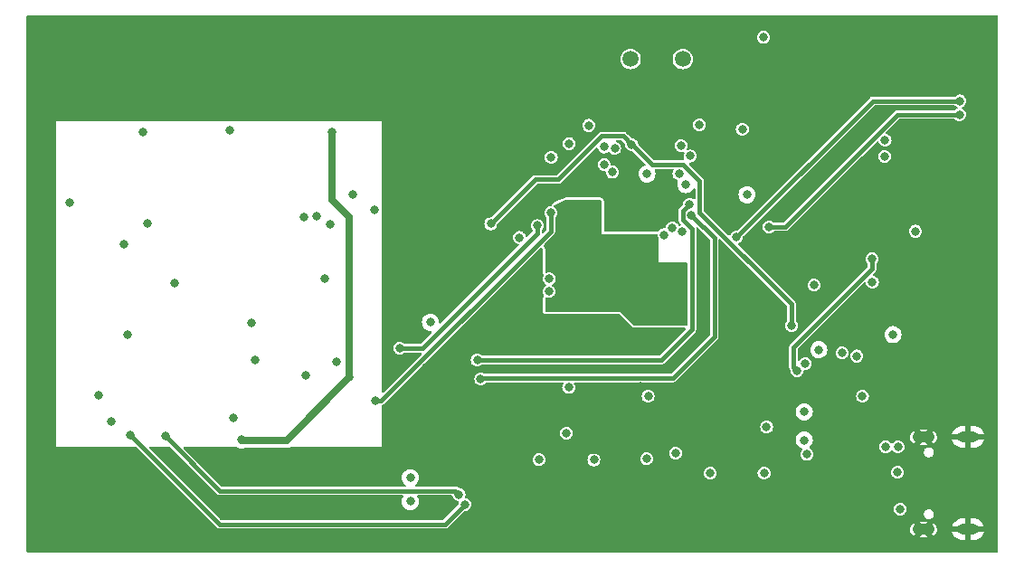
<source format=gbr>
%TF.GenerationSoftware,KiCad,Pcbnew,7.0.9-7.0.9~ubuntu23.04.1*%
%TF.CreationDate,2023-12-01T23:47:13+00:00*%
%TF.ProjectId,USTSIPIN02,55535453-4950-4494-9e30-322e6b696361,02A*%
%TF.SameCoordinates,Original*%
%TF.FileFunction,Copper,L3,Inr*%
%TF.FilePolarity,Positive*%
%FSLAX46Y46*%
G04 Gerber Fmt 4.6, Leading zero omitted, Abs format (unit mm)*
G04 Created by KiCad (PCBNEW 7.0.9-7.0.9~ubuntu23.04.1) date 2023-12-01 23:47:13*
%MOMM*%
%LPD*%
G01*
G04 APERTURE LIST*
%TA.AperFunction,ComponentPad*%
%ADD10C,6.000000*%
%TD*%
%TA.AperFunction,ComponentPad*%
%ADD11C,1.500000*%
%TD*%
%TA.AperFunction,ComponentPad*%
%ADD12O,2.000000X1.000000*%
%TD*%
%TA.AperFunction,ComponentPad*%
%ADD13O,2.100000X1.050000*%
%TD*%
%TA.AperFunction,ViaPad*%
%ADD14C,0.800000*%
%TD*%
%TA.AperFunction,Conductor*%
%ADD15C,0.700000*%
%TD*%
%TA.AperFunction,Conductor*%
%ADD16C,0.400000*%
%TD*%
G04 APERTURE END LIST*
D10*
%TO.N,GND*%
%TO.C,M2*%
X174972341Y-78676927D03*
%TD*%
%TO.N,GND*%
%TO.C,M3*%
X103852341Y-78676927D03*
%TD*%
%TO.N,GND*%
%TO.C,M4*%
X103852341Y-119316927D03*
%TD*%
%TO.N,GND*%
%TO.C,M1*%
X174972341Y-119316927D03*
%TD*%
D11*
%TO.N,Net-(U10-XTAL2)*%
%TO.C,Y1*%
X155580541Y-77965727D03*
%TO.N,Net-(U10-XTAL1)*%
X160460541Y-77965727D03*
%TD*%
D12*
%TO.N,GND*%
%TO.C,J4*%
X187164341Y-113334427D03*
X187164341Y-121974427D03*
D13*
X182984341Y-113334427D03*
X182984341Y-121974427D03*
%TD*%
D14*
%TO.N,GND*%
X130319141Y-122720527D03*
X111472341Y-78676927D03*
X161002341Y-82232927D03*
X170400341Y-122568127D03*
X187926341Y-102552927D03*
X187164341Y-108394927D03*
X142739741Y-104864327D03*
X147540341Y-82994927D03*
X156201741Y-79972327D03*
X170095541Y-76416327D03*
X134687941Y-89598927D03*
X164761541Y-75247927D03*
X126712341Y-116941927D03*
X119092341Y-78676927D03*
X165142541Y-117132527D03*
X131792341Y-76136927D03*
X168114341Y-122618927D03*
X142005929Y-113493571D03*
X143933541Y-90310127D03*
X185640341Y-102552927D03*
X160748341Y-122618927D03*
X140306986Y-114878873D03*
X167149141Y-111900127D03*
X184116341Y-109410927D03*
X187164341Y-97599927D03*
X169854213Y-81635163D03*
X150749696Y-123241927D03*
X172178341Y-97269727D03*
X158970341Y-77025927D03*
X107007066Y-111870688D03*
X185640341Y-110045927D03*
X152975941Y-82639327D03*
X105762027Y-109429655D03*
X167930923Y-87647509D03*
X121632341Y-78676927D03*
X149318341Y-76136927D03*
X185691141Y-103924527D03*
X175327941Y-91478527D03*
X111472341Y-76136927D03*
X108939137Y-117926796D03*
X129026341Y-116941927D03*
X189247141Y-74587527D03*
X176775741Y-89268727D03*
X120209941Y-120434527D03*
X132706741Y-122923727D03*
X142917541Y-101105127D03*
X134662541Y-82944127D03*
X187164341Y-116522927D03*
X133113141Y-120434527D03*
X188434341Y-98488927D03*
X167453941Y-105753327D03*
X187418341Y-92646927D03*
X173600741Y-88379727D03*
X186427741Y-77813327D03*
X151604341Y-75628927D03*
X159783141Y-75730527D03*
X152264741Y-112484327D03*
X118942172Y-116370964D03*
X121632341Y-116941927D03*
X154681159Y-123718127D03*
X187164341Y-118046927D03*
X108932341Y-78676927D03*
X187164341Y-119824927D03*
X164405941Y-101917927D03*
X168165141Y-100139927D03*
X178553741Y-107251927D03*
X178934741Y-89294127D03*
X140377541Y-92164327D03*
X152724916Y-103722632D03*
X171162341Y-81851927D03*
X135983341Y-113881327D03*
X124172341Y-78676927D03*
X160164141Y-110579327D03*
X177664741Y-91427727D03*
X168066341Y-84222927D03*
X123994541Y-81242327D03*
X178401341Y-101155927D03*
X187164341Y-115125927D03*
X157065341Y-77025927D03*
X153382341Y-75628927D03*
X124172341Y-116941927D03*
X159116341Y-91342927D03*
X170984541Y-87770127D03*
X188688341Y-89852927D03*
X122165741Y-122441127D03*
X142714341Y-82055127D03*
X156684341Y-75628927D03*
X148302341Y-123241927D03*
X187900941Y-74587527D03*
X114012341Y-78676927D03*
X136237341Y-122491927D03*
X141024591Y-102285577D03*
X141952341Y-119316927D03*
X181347741Y-75171727D03*
X109262541Y-119850327D03*
X162500941Y-101028927D03*
X171111541Y-75171727D03*
X172762541Y-101054327D03*
X114418741Y-80734327D03*
X155160341Y-75628927D03*
X137862941Y-91986527D03*
X129252341Y-76136927D03*
X132249541Y-81369327D03*
X187164341Y-89852927D03*
X179925341Y-121983927D03*
X177300541Y-112188125D03*
X187545341Y-94551927D03*
X108932341Y-76136927D03*
X156531941Y-108610727D03*
X185894341Y-89852927D03*
X149775541Y-110680927D03*
X179335426Y-104902927D03*
X153209205Y-123362527D03*
X183074941Y-74587527D03*
X189323341Y-77813327D03*
X188078741Y-77864127D03*
X179214141Y-75705127D03*
X149953341Y-82080527D03*
X174438941Y-84112527D03*
X143984341Y-84264927D03*
X158081341Y-78854727D03*
X172279941Y-95161527D03*
X137913741Y-75120927D03*
X165066341Y-109842727D03*
X164659941Y-81801127D03*
X117060341Y-116345127D03*
X136465941Y-106845527D03*
X143222341Y-120409127D03*
X109008541Y-80607327D03*
X149318341Y-77914927D03*
X188434341Y-108394927D03*
X178970407Y-91405976D03*
X116552341Y-78676927D03*
X134332341Y-76136927D03*
X177284274Y-100610366D03*
X112259741Y-120129727D03*
X185945141Y-74714527D03*
X189196341Y-102552927D03*
X144822541Y-100139927D03*
X175228595Y-99239301D03*
X163415341Y-106337527D03*
X143857341Y-110045927D03*
X164304341Y-122618927D03*
%TO.N,Net-(BT1-+)*%
X145181381Y-94661915D03*
%TO.N,/cpu/PB5*%
X151655141Y-84163327D03*
%TO.N,/cpu/PB7*%
X154085390Y-86329368D03*
%TO.N,/cpu/PB6*%
X153096509Y-86180641D03*
%TO.N,+3.3V*%
X171826341Y-113622927D03*
X173194341Y-105169127D03*
X160750309Y-89703727D03*
X134956336Y-119375432D03*
X134956341Y-117142927D03*
X157098949Y-88704742D03*
X166481142Y-90652927D03*
X136846941Y-102593520D03*
X171826341Y-110972927D03*
X180136341Y-103752927D03*
%TO.N,GNDA*%
X112894741Y-98895327D03*
X109948341Y-84772927D03*
X156902405Y-99875165D03*
X118076341Y-84645927D03*
X128080141Y-106261327D03*
X147875857Y-95470143D03*
X125130654Y-107589012D03*
X156313545Y-97742129D03*
X129564341Y-90614927D03*
X131614541Y-92113527D03*
X120057541Y-102654527D03*
X124985141Y-92748527D03*
X155592139Y-101760384D03*
X108525941Y-103772127D03*
X151858341Y-96202927D03*
X103090341Y-91376927D03*
X126204341Y-92646927D03*
X118381141Y-111544527D03*
%TO.N,+5V*%
X127628641Y-84825627D03*
X129252341Y-107734527D03*
X119168541Y-113597425D03*
%TO.N,Net-(D3-K)*%
X168063539Y-116726127D03*
%TO.N,Vin*%
X172737141Y-99113727D03*
%TO.N,Net-(D4-K)*%
X163034341Y-116726127D03*
%TO.N,/cpu/~{RST}_PRG*%
X155684341Y-85957019D03*
X170646341Y-102902923D03*
X142486341Y-93382927D03*
%TO.N,POWER_ANALOG_3V3*%
X148149941Y-87160527D03*
X160096262Y-88697631D03*
%TO.N,/cpu/SD_VDD*%
X147921341Y-99708127D03*
%TO.N,Net-(D7-K)*%
X147006939Y-115456127D03*
%TO.N,Net-(D8-K)*%
X157065341Y-115379927D03*
%TO.N,Net-(D9-K)*%
X152137741Y-115481527D03*
%TO.N,Net-(D10-K)*%
X168012741Y-75933727D03*
%TO.N,/cpu/TX1*%
X179391941Y-85534927D03*
X166031541Y-84518925D03*
%TO.N,/cpu/RX1*%
X179341141Y-87058927D03*
X162018341Y-84112527D03*
%TO.N,/cpu/PB4*%
X149826341Y-85865127D03*
%TO.N,/cpu/Signal*%
X127474341Y-93434327D03*
X147972141Y-98514327D03*
%TO.N,/cpu/PC5_D1*%
X160419934Y-94130855D03*
X149572341Y-112966927D03*
%TO.N,/cpu/PC7_D3*%
X158719422Y-94401561D03*
X159783141Y-114846527D03*
%TO.N,/cpu/PC6_D2*%
X159489709Y-93763860D03*
X157217741Y-109537927D03*
%TO.N,Net-(U10-(PCINT9{slash}CLKO{slash}T1)PB1)*%
X149775541Y-108699725D03*
X153104510Y-87820727D03*
%TO.N,/USB interface/D+*%
X180595156Y-114230135D03*
X180560341Y-116649927D03*
%TO.N,/USB interface/TXLED{slash}CBUS2*%
X168306341Y-112402927D03*
X177276341Y-109522927D03*
%TO.N,/USB interface/VUSB*%
X182236741Y-94069327D03*
X179442755Y-114236913D03*
X172084160Y-114961455D03*
X180814341Y-120078927D03*
%TO.N,/cpu/Signal_S&H*%
X131705596Y-109955328D03*
X148117027Y-92350870D03*
%TO.N,/cpu/Virtual_ground*%
X146829141Y-93552927D03*
X110343536Y-93343932D03*
X133956341Y-105016727D03*
X126926169Y-98476098D03*
X108144947Y-95313927D03*
%TO.N,/cpu/SDA*%
X161249741Y-92544392D03*
X186402341Y-81877327D03*
X165482091Y-94618777D03*
X141550006Y-107909262D03*
X108754543Y-113144728D03*
X140064693Y-119639079D03*
%TO.N,/cpu/SCL*%
X161095573Y-91552927D03*
X186351541Y-83147327D03*
X139513941Y-118707327D03*
X112012122Y-113239948D03*
X141217741Y-106134327D03*
X168532804Y-93655736D03*
%TO.N,/USB interface/TXD*%
X171158421Y-107115112D03*
X178172741Y-96660127D03*
X161141941Y-87033526D03*
%TO.N,/USB interface/RXD*%
X175353341Y-105473927D03*
X178204826Y-98825814D03*
X160291131Y-86042927D03*
%TO.N,Net-(U9-~{DTR})*%
X176750341Y-105753327D03*
X171916484Y-106462927D03*
%TO.N,/cpu/Trace*%
X120406341Y-106103427D03*
X153867397Y-88541710D03*
%TD*%
D15*
%TO.N,+5V*%
X129252341Y-107734527D02*
X123359541Y-113627327D01*
X129252341Y-107734527D02*
X129252341Y-92789873D01*
X119198443Y-113627327D02*
X119168541Y-113597425D01*
X123359541Y-113627327D02*
X119198443Y-113627327D01*
X127628642Y-91166174D02*
X127628641Y-84825627D01*
X129252341Y-92789873D02*
X127628642Y-91166174D01*
D16*
%TO.N,/cpu/~{RST}_PRG*%
X162026341Y-92294399D02*
X162026341Y-89340327D01*
X170646341Y-100914399D02*
X162026341Y-92294399D01*
X162026341Y-89340327D02*
X160514627Y-87828613D01*
X152888112Y-85153927D02*
X154881249Y-85153927D01*
X142486341Y-93382927D02*
X146638741Y-89230527D01*
X170646341Y-102902923D02*
X170646341Y-100914399D01*
X154881249Y-85153927D02*
X155684341Y-85957019D01*
X148811512Y-89230527D02*
X152888112Y-85153927D01*
X155709433Y-85957019D02*
X155684341Y-85957019D01*
X157581027Y-87828613D02*
X155709433Y-85957019D01*
X160514627Y-87828613D02*
X157581027Y-87828613D01*
X146638741Y-89230527D02*
X148811512Y-89230527D01*
%TO.N,/cpu/Signal_S&H*%
X148117027Y-94061769D02*
X132223468Y-109955328D01*
X148117027Y-92350870D02*
X148117027Y-94061769D01*
X132223468Y-109955328D02*
X131705596Y-109955328D01*
%TO.N,/cpu/Virtual_ground*%
X146829141Y-93552927D02*
X146829141Y-94238941D01*
X136051355Y-105016727D02*
X133956341Y-105016727D01*
X146829141Y-94238941D02*
X136051355Y-105016727D01*
%TO.N,/cpu/SDA*%
X138202445Y-121501327D02*
X117111142Y-121501327D01*
X178223541Y-81877327D02*
X165482091Y-94618777D01*
X141550006Y-107909262D02*
X141648541Y-107810727D01*
X117111142Y-121501327D02*
X108754543Y-113144728D01*
X140064693Y-119639079D02*
X138202445Y-121501327D01*
X141648541Y-107810727D02*
X159518541Y-107810727D01*
X159518541Y-107810727D02*
X163415341Y-103913927D01*
X163415341Y-94709992D02*
X161249741Y-92544392D01*
X186402341Y-81877327D02*
X178223541Y-81877327D01*
X163415341Y-103913927D02*
X163415341Y-94709992D01*
%TO.N,/cpu/SCL*%
X180560341Y-83147327D02*
X170051932Y-93655736D01*
X160449741Y-92189727D02*
X161086541Y-91552927D01*
X139513941Y-118707327D02*
X139182040Y-118375426D01*
X161316341Y-93862927D02*
X160449741Y-92996327D01*
X160449741Y-92996327D02*
X160449741Y-92189727D01*
X170051932Y-93655736D02*
X168532804Y-93655736D01*
X139182040Y-118375426D02*
X117147600Y-118375426D01*
X141217741Y-106134327D02*
X158424941Y-106134327D01*
X186351541Y-83147327D02*
X180560341Y-83147327D01*
X117147600Y-118375426D02*
X112012122Y-113239948D01*
X158424941Y-106134327D02*
X161316341Y-103242927D01*
X161086541Y-91552927D02*
X161095573Y-91552927D01*
X161316341Y-103242927D02*
X161316341Y-93862927D01*
%TO.N,/USB interface/TXD*%
X178172741Y-97566527D02*
X170823388Y-104915880D01*
X170823388Y-104915880D02*
X170823388Y-106780079D01*
X178172741Y-96660127D02*
X178172741Y-97566527D01*
X170823388Y-106780079D02*
X171158421Y-107115112D01*
%TD*%
%TA.AperFunction,Conductor*%
%TO.N,GND*%
G36*
X112459891Y-114255834D02*
G01*
X112471704Y-114265923D01*
X116886693Y-118680912D01*
X116909256Y-118703474D01*
X116909258Y-118703476D01*
X116930745Y-118714424D01*
X116943986Y-118722538D01*
X116963508Y-118736720D01*
X116963509Y-118736720D01*
X116963511Y-118736722D01*
X116986461Y-118744178D01*
X117000801Y-118750119D01*
X117022296Y-118761072D01*
X117046134Y-118764847D01*
X117061211Y-118768467D01*
X117084167Y-118775926D01*
X117116081Y-118775926D01*
X134208495Y-118775926D01*
X134266686Y-118794833D01*
X134302650Y-118844333D01*
X134302650Y-118905519D01*
X134292321Y-118927597D01*
X134230547Y-119025908D01*
X134230547Y-119025909D01*
X134170969Y-119196170D01*
X134170968Y-119196174D01*
X134150771Y-119375432D01*
X134170968Y-119554689D01*
X134170969Y-119554693D01*
X134230547Y-119724954D01*
X134230547Y-119724955D01*
X134326517Y-119877690D01*
X134326520Y-119877694D01*
X134454074Y-120005248D01*
X134454076Y-120005249D01*
X134454077Y-120005250D01*
X134578604Y-120083496D01*
X134606814Y-120101221D01*
X134674993Y-120125078D01*
X134777074Y-120160798D01*
X134777078Y-120160799D01*
X134777081Y-120160800D01*
X134956336Y-120180997D01*
X135135591Y-120160800D01*
X135305858Y-120101221D01*
X135458598Y-120005248D01*
X135586152Y-119877694D01*
X135682125Y-119724954D01*
X135741704Y-119554687D01*
X135761901Y-119375432D01*
X135741704Y-119196177D01*
X135682125Y-119025910D01*
X135678048Y-119019422D01*
X135620351Y-118927597D01*
X135605401Y-118868267D01*
X135628180Y-118811479D01*
X135679987Y-118778927D01*
X135704177Y-118775926D01*
X138830470Y-118775926D01*
X138888661Y-118794833D01*
X138924625Y-118844333D01*
X138928621Y-118862000D01*
X138928860Y-118863808D01*
X138928897Y-118864090D01*
X138928898Y-118864093D01*
X138989403Y-119010165D01*
X138989403Y-119010166D01*
X139085654Y-119135603D01*
X139085659Y-119135609D01*
X139211100Y-119231863D01*
X139357179Y-119292371D01*
X139420009Y-119300642D01*
X139475233Y-119326982D01*
X139504429Y-119380753D01*
X139498552Y-119436679D01*
X139479649Y-119482315D01*
X139479648Y-119482320D01*
X139458164Y-119645512D01*
X139456436Y-119645284D01*
X139440104Y-119695551D01*
X139430015Y-119707364D01*
X138065548Y-121071831D01*
X138011031Y-121099608D01*
X137995544Y-121100827D01*
X117318043Y-121100827D01*
X117259852Y-121081920D01*
X117248039Y-121071831D01*
X110582139Y-114405931D01*
X110554362Y-114351414D01*
X110563933Y-114290982D01*
X110607198Y-114247717D01*
X110652143Y-114236927D01*
X112401700Y-114236927D01*
X112459891Y-114255834D01*
G37*
%TD.AperFunction*%
%TA.AperFunction,Conductor*%
G36*
X189907032Y-73880334D02*
G01*
X189942996Y-73929834D01*
X189947841Y-73960427D01*
X189947841Y-124033427D01*
X189928934Y-124091618D01*
X189879434Y-124127582D01*
X189848841Y-124132427D01*
X99135841Y-124132427D01*
X99077650Y-124113520D01*
X99041686Y-124064020D01*
X99036841Y-124033427D01*
X99036841Y-122699427D01*
X182612895Y-122699427D01*
X183355787Y-122699427D01*
X182984341Y-122327981D01*
X182612895Y-122699427D01*
X99036841Y-122699427D01*
X99036841Y-122016869D01*
X181730640Y-122016869D01*
X181760068Y-122183769D01*
X181827198Y-122339395D01*
X181928404Y-122475338D01*
X181928406Y-122475340D01*
X182037952Y-122567261D01*
X182344042Y-122261170D01*
X182378261Y-122274427D01*
X183562143Y-122274427D01*
X183625964Y-122262496D01*
X183929384Y-122565916D01*
X183978535Y-122533589D01*
X184094838Y-122410316D01*
X184094839Y-122410316D01*
X184179579Y-122263540D01*
X184228187Y-122101182D01*
X184238041Y-121931984D01*
X184208613Y-121765084D01*
X184189350Y-121720426D01*
X185665043Y-121720426D01*
X185665044Y-121720427D01*
X186604690Y-121720427D01*
X186558731Y-121748884D01*
X186491140Y-121838389D01*
X186460446Y-121946267D01*
X186470795Y-122057948D01*
X186520789Y-122158349D01*
X186597659Y-122228427D01*
X185665044Y-122228427D01*
X185708140Y-122370498D01*
X185803782Y-122549432D01*
X185932492Y-122706266D01*
X185932501Y-122706275D01*
X186089335Y-122834985D01*
X186268269Y-122930627D01*
X186462425Y-122989524D01*
X186462431Y-122989525D01*
X186613739Y-123004427D01*
X186910340Y-123004427D01*
X186910341Y-123004426D01*
X186910341Y-122274427D01*
X187418341Y-122274427D01*
X187418341Y-123004426D01*
X187418342Y-123004427D01*
X187714943Y-123004427D01*
X187866250Y-122989525D01*
X187866256Y-122989524D01*
X188060412Y-122930627D01*
X188239346Y-122834985D01*
X188396180Y-122706275D01*
X188396189Y-122706266D01*
X188524899Y-122549432D01*
X188620541Y-122370498D01*
X188663638Y-122228427D01*
X187723992Y-122228427D01*
X187769951Y-122199970D01*
X187837542Y-122110465D01*
X187868236Y-122002587D01*
X187857887Y-121890906D01*
X187807893Y-121790505D01*
X187731023Y-121720427D01*
X188663638Y-121720427D01*
X188663638Y-121720426D01*
X188620541Y-121578355D01*
X188524899Y-121399421D01*
X188396189Y-121242587D01*
X188396180Y-121242578D01*
X188239346Y-121113868D01*
X188060412Y-121018226D01*
X187866256Y-120959329D01*
X187866250Y-120959328D01*
X187714943Y-120944427D01*
X187418342Y-120944427D01*
X187418341Y-120944428D01*
X187418341Y-121674427D01*
X186910341Y-121674427D01*
X186910341Y-120944428D01*
X186910340Y-120944427D01*
X186613739Y-120944427D01*
X186462431Y-120959328D01*
X186462425Y-120959329D01*
X186268269Y-121018226D01*
X186089335Y-121113868D01*
X185932501Y-121242578D01*
X185932492Y-121242587D01*
X185803782Y-121399421D01*
X185708140Y-121578355D01*
X185665043Y-121720426D01*
X184189350Y-121720426D01*
X184141483Y-121609458D01*
X184040277Y-121473515D01*
X184040275Y-121473513D01*
X183930728Y-121381591D01*
X183930727Y-121381592D01*
X183624637Y-121687682D01*
X183590421Y-121674427D01*
X182406539Y-121674427D01*
X182342717Y-121686357D01*
X182039296Y-121382936D01*
X181990148Y-121415262D01*
X181873843Y-121538537D01*
X181873842Y-121538537D01*
X181789102Y-121685313D01*
X181740494Y-121847671D01*
X181730640Y-122016869D01*
X99036841Y-122016869D01*
X99036841Y-114236927D01*
X101820341Y-114236927D01*
X109239341Y-114236927D01*
X109297532Y-114255834D01*
X109309345Y-114265923D01*
X116850235Y-121806813D01*
X116872798Y-121829375D01*
X116872800Y-121829377D01*
X116894287Y-121840325D01*
X116907528Y-121848439D01*
X116927050Y-121862621D01*
X116927051Y-121862621D01*
X116927053Y-121862623D01*
X116950003Y-121870079D01*
X116964343Y-121876020D01*
X116985838Y-121886973D01*
X117009676Y-121890748D01*
X117024753Y-121894368D01*
X117047709Y-121901827D01*
X117047712Y-121901827D01*
X138265877Y-121901827D01*
X138265878Y-121901827D01*
X138288827Y-121894370D01*
X138303910Y-121890748D01*
X138327749Y-121886973D01*
X138349247Y-121876017D01*
X138363596Y-121870075D01*
X138386535Y-121862623D01*
X138406057Y-121848438D01*
X138419294Y-121840327D01*
X138440787Y-121829377D01*
X138457706Y-121812456D01*
X138457712Y-121812452D01*
X138463351Y-121806812D01*
X138463354Y-121806811D01*
X139020737Y-121249427D01*
X182612895Y-121249427D01*
X182984341Y-121620873D01*
X183355787Y-121249427D01*
X182612895Y-121249427D01*
X139020737Y-121249427D01*
X139996406Y-120273756D01*
X140050923Y-120245980D01*
X140062141Y-120245096D01*
X140064689Y-120244760D01*
X140064693Y-120244761D01*
X140221455Y-120224123D01*
X140367534Y-120163615D01*
X140477902Y-120078927D01*
X180208659Y-120078927D01*
X180229296Y-120235685D01*
X180229298Y-120235693D01*
X180289803Y-120381765D01*
X180289803Y-120381766D01*
X180386054Y-120507203D01*
X180386059Y-120507209D01*
X180511500Y-120603463D01*
X180511501Y-120603463D01*
X180511502Y-120603464D01*
X180534027Y-120612794D01*
X180657579Y-120663971D01*
X180775150Y-120679449D01*
X180814340Y-120684609D01*
X180814341Y-120684609D01*
X180814342Y-120684609D01*
X180845693Y-120680481D01*
X180971103Y-120663971D01*
X181094655Y-120612794D01*
X183008841Y-120612794D01*
X183047363Y-120743988D01*
X183121286Y-120859016D01*
X183224623Y-120948557D01*
X183224624Y-120948557D01*
X183224625Y-120948558D01*
X183348995Y-121005357D01*
X183348998Y-121005357D01*
X183348999Y-121005358D01*
X183349000Y-121005358D01*
X183349004Y-121005359D01*
X183450325Y-121019927D01*
X183450330Y-121019927D01*
X183518357Y-121019927D01*
X183619677Y-121005359D01*
X183619678Y-121005358D01*
X183619683Y-121005358D01*
X183619684Y-121005357D01*
X183619686Y-121005357D01*
X183681871Y-120976957D01*
X183744059Y-120948557D01*
X183847396Y-120859016D01*
X183921319Y-120743988D01*
X183959841Y-120612794D01*
X183959841Y-120476060D01*
X183921319Y-120344866D01*
X183847396Y-120229838D01*
X183744059Y-120140297D01*
X183744057Y-120140296D01*
X183744056Y-120140295D01*
X183619686Y-120083496D01*
X183619677Y-120083494D01*
X183518357Y-120068927D01*
X183518352Y-120068927D01*
X183450330Y-120068927D01*
X183450325Y-120068927D01*
X183349004Y-120083494D01*
X183348995Y-120083496D01*
X183224625Y-120140295D01*
X183121287Y-120229837D01*
X183121286Y-120229838D01*
X183047363Y-120344866D01*
X183047362Y-120344868D01*
X183008841Y-120476058D01*
X183008841Y-120476060D01*
X183008841Y-120612794D01*
X181094655Y-120612794D01*
X181117182Y-120603463D01*
X181242623Y-120507209D01*
X181338877Y-120381768D01*
X181399385Y-120235689D01*
X181420023Y-120078927D01*
X181418706Y-120068927D01*
X181410323Y-120005248D01*
X181399385Y-119922165D01*
X181399383Y-119922160D01*
X181338878Y-119776088D01*
X181338878Y-119776087D01*
X181242627Y-119650650D01*
X181242626Y-119650649D01*
X181242623Y-119650645D01*
X181242618Y-119650641D01*
X181242617Y-119650640D01*
X181171445Y-119596028D01*
X181117182Y-119554391D01*
X181117181Y-119554390D01*
X181117179Y-119554389D01*
X180971107Y-119493884D01*
X180971099Y-119493882D01*
X180814342Y-119473245D01*
X180814340Y-119473245D01*
X180657582Y-119493882D01*
X180657574Y-119493884D01*
X180511502Y-119554389D01*
X180511501Y-119554389D01*
X180386064Y-119650640D01*
X180386054Y-119650650D01*
X180289803Y-119776087D01*
X180289803Y-119776088D01*
X180229298Y-119922160D01*
X180229296Y-119922168D01*
X180208659Y-120078926D01*
X180208659Y-120078927D01*
X140477902Y-120078927D01*
X140492975Y-120067361D01*
X140589229Y-119941920D01*
X140649737Y-119795841D01*
X140670375Y-119639079D01*
X140649737Y-119482317D01*
X140589230Y-119336240D01*
X140589230Y-119336239D01*
X140492979Y-119210802D01*
X140492978Y-119210801D01*
X140492975Y-119210797D01*
X140492970Y-119210793D01*
X140492969Y-119210792D01*
X140367531Y-119114541D01*
X140221459Y-119054036D01*
X140221451Y-119054034D01*
X140158624Y-119045763D01*
X140103399Y-119019422D01*
X140074204Y-118965651D01*
X140080082Y-118909724D01*
X140081824Y-118905519D01*
X140098985Y-118864089D01*
X140119623Y-118707327D01*
X140098985Y-118550565D01*
X140038478Y-118404488D01*
X140038478Y-118404487D01*
X139942227Y-118279050D01*
X139942226Y-118279049D01*
X139942223Y-118279045D01*
X139942218Y-118279041D01*
X139942217Y-118279040D01*
X139816779Y-118182789D01*
X139670707Y-118122284D01*
X139670699Y-118122282D01*
X139507508Y-118100798D01*
X139507735Y-118099070D01*
X139457468Y-118082738D01*
X139445661Y-118072654D01*
X139442949Y-118069942D01*
X139442947Y-118069940D01*
X139440464Y-118067457D01*
X139420383Y-118047377D01*
X139420382Y-118047376D01*
X139398887Y-118036423D01*
X139385648Y-118028310D01*
X139379621Y-118023931D01*
X139366130Y-118014130D01*
X139366128Y-118014129D01*
X139343182Y-118006673D01*
X139328828Y-118000727D01*
X139307346Y-117989780D01*
X139283514Y-117986005D01*
X139268414Y-117982379D01*
X139245477Y-117974926D01*
X139245473Y-117974926D01*
X139213559Y-117974926D01*
X135480468Y-117974926D01*
X135422277Y-117956019D01*
X135386313Y-117906519D01*
X135386313Y-117845333D01*
X135422277Y-117795833D01*
X135427797Y-117792100D01*
X135438859Y-117785148D01*
X135458603Y-117772743D01*
X135586157Y-117645189D01*
X135682130Y-117492449D01*
X135741709Y-117322182D01*
X135761906Y-117142927D01*
X135741709Y-116963672D01*
X135737892Y-116952765D01*
X135713440Y-116882885D01*
X135682130Y-116793405D01*
X135639856Y-116726127D01*
X162428659Y-116726127D01*
X162449296Y-116882885D01*
X162449298Y-116882893D01*
X162509803Y-117028965D01*
X162509803Y-117028966D01*
X162606054Y-117154403D01*
X162606059Y-117154409D01*
X162731500Y-117250663D01*
X162731501Y-117250663D01*
X162731502Y-117250664D01*
X162877574Y-117311169D01*
X162877579Y-117311171D01*
X162995150Y-117326649D01*
X163034340Y-117331809D01*
X163034341Y-117331809D01*
X163034342Y-117331809D01*
X163065693Y-117327681D01*
X163191103Y-117311171D01*
X163337182Y-117250663D01*
X163462623Y-117154409D01*
X163558877Y-117028968D01*
X163619385Y-116882889D01*
X163640023Y-116726127D01*
X167457857Y-116726127D01*
X167478494Y-116882885D01*
X167478496Y-116882893D01*
X167539001Y-117028965D01*
X167539001Y-117028966D01*
X167635252Y-117154403D01*
X167635257Y-117154409D01*
X167760698Y-117250663D01*
X167760699Y-117250663D01*
X167760700Y-117250664D01*
X167906772Y-117311169D01*
X167906777Y-117311171D01*
X168024348Y-117326649D01*
X168063538Y-117331809D01*
X168063539Y-117331809D01*
X168063540Y-117331809D01*
X168094891Y-117327681D01*
X168220301Y-117311171D01*
X168366380Y-117250663D01*
X168491821Y-117154409D01*
X168588075Y-117028968D01*
X168648583Y-116882889D01*
X168669221Y-116726127D01*
X168659189Y-116649927D01*
X179954659Y-116649927D01*
X179975296Y-116806685D01*
X179975298Y-116806693D01*
X180035803Y-116952765D01*
X180035803Y-116952766D01*
X180094275Y-117028968D01*
X180132059Y-117078209D01*
X180257500Y-117174463D01*
X180403579Y-117234971D01*
X180521150Y-117250449D01*
X180560340Y-117255609D01*
X180560341Y-117255609D01*
X180560342Y-117255609D01*
X180597910Y-117250663D01*
X180717103Y-117234971D01*
X180863182Y-117174463D01*
X180988623Y-117078209D01*
X181084877Y-116952768D01*
X181145385Y-116806689D01*
X181166023Y-116649927D01*
X181145385Y-116493165D01*
X181113894Y-116417138D01*
X181084878Y-116347088D01*
X181084878Y-116347087D01*
X180988627Y-116221650D01*
X180988626Y-116221649D01*
X180988623Y-116221645D01*
X180988618Y-116221641D01*
X180988617Y-116221640D01*
X180917445Y-116167028D01*
X180863182Y-116125391D01*
X180863181Y-116125390D01*
X180863179Y-116125389D01*
X180717107Y-116064884D01*
X180717099Y-116064882D01*
X180560342Y-116044245D01*
X180560340Y-116044245D01*
X180403582Y-116064882D01*
X180403574Y-116064884D01*
X180257502Y-116125389D01*
X180257501Y-116125389D01*
X180132064Y-116221640D01*
X180132054Y-116221650D01*
X180035803Y-116347087D01*
X180035803Y-116347088D01*
X179975298Y-116493160D01*
X179975296Y-116493168D01*
X179954659Y-116649926D01*
X179954659Y-116649927D01*
X168659189Y-116649927D01*
X168648583Y-116569365D01*
X168588076Y-116423288D01*
X168588076Y-116423287D01*
X168491825Y-116297850D01*
X168491824Y-116297849D01*
X168491821Y-116297845D01*
X168491816Y-116297841D01*
X168491815Y-116297840D01*
X168366377Y-116201589D01*
X168220305Y-116141084D01*
X168220297Y-116141082D01*
X168063540Y-116120445D01*
X168063538Y-116120445D01*
X167906780Y-116141082D01*
X167906772Y-116141084D01*
X167760700Y-116201589D01*
X167760699Y-116201589D01*
X167635262Y-116297840D01*
X167635252Y-116297850D01*
X167539001Y-116423287D01*
X167539001Y-116423288D01*
X167478496Y-116569360D01*
X167478494Y-116569368D01*
X167457857Y-116726126D01*
X167457857Y-116726127D01*
X163640023Y-116726127D01*
X163619385Y-116569365D01*
X163558878Y-116423288D01*
X163558878Y-116423287D01*
X163462627Y-116297850D01*
X163462626Y-116297849D01*
X163462623Y-116297845D01*
X163462618Y-116297841D01*
X163462617Y-116297840D01*
X163337179Y-116201589D01*
X163191107Y-116141084D01*
X163191099Y-116141082D01*
X163034342Y-116120445D01*
X163034340Y-116120445D01*
X162877582Y-116141082D01*
X162877574Y-116141084D01*
X162731502Y-116201589D01*
X162731501Y-116201589D01*
X162606064Y-116297840D01*
X162606054Y-116297850D01*
X162509803Y-116423287D01*
X162509803Y-116423288D01*
X162449298Y-116569360D01*
X162449296Y-116569368D01*
X162428659Y-116726126D01*
X162428659Y-116726127D01*
X135639856Y-116726127D01*
X135586159Y-116640668D01*
X135586158Y-116640667D01*
X135586157Y-116640665D01*
X135458603Y-116513111D01*
X135458600Y-116513109D01*
X135458599Y-116513108D01*
X135305864Y-116417138D01*
X135135602Y-116357560D01*
X135135598Y-116357559D01*
X134956341Y-116337362D01*
X134777083Y-116357559D01*
X134777079Y-116357560D01*
X134606818Y-116417138D01*
X134606817Y-116417138D01*
X134454082Y-116513108D01*
X134326522Y-116640668D01*
X134230552Y-116793403D01*
X134230552Y-116793404D01*
X134170974Y-116963665D01*
X134170973Y-116963669D01*
X134150776Y-117142927D01*
X134170973Y-117322184D01*
X134170974Y-117322188D01*
X134230552Y-117492449D01*
X134230552Y-117492450D01*
X134326522Y-117645185D01*
X134326525Y-117645189D01*
X134454079Y-117772743D01*
X134454081Y-117772744D01*
X134454082Y-117772745D01*
X134484885Y-117792100D01*
X134524097Y-117839069D01*
X134528213Y-117900116D01*
X134495661Y-117951923D01*
X134438873Y-117974702D01*
X134432214Y-117974926D01*
X117354501Y-117974926D01*
X117296310Y-117956019D01*
X117284497Y-117945930D01*
X114794694Y-115456127D01*
X146401257Y-115456127D01*
X146421894Y-115612885D01*
X146421896Y-115612893D01*
X146482401Y-115758965D01*
X146482401Y-115758966D01*
X146578652Y-115884403D01*
X146578657Y-115884409D01*
X146704098Y-115980663D01*
X146704099Y-115980663D01*
X146704100Y-115980664D01*
X146765419Y-116006063D01*
X146850177Y-116041171D01*
X146967748Y-116056649D01*
X147006938Y-116061809D01*
X147006939Y-116061809D01*
X147006940Y-116061809D01*
X147038291Y-116057681D01*
X147163701Y-116041171D01*
X147309780Y-115980663D01*
X147435221Y-115884409D01*
X147531475Y-115758968D01*
X147591983Y-115612889D01*
X147609277Y-115481527D01*
X151532059Y-115481527D01*
X151552696Y-115638285D01*
X151552698Y-115638293D01*
X151613203Y-115784365D01*
X151613203Y-115784366D01*
X151709454Y-115909803D01*
X151709459Y-115909809D01*
X151834900Y-116006063D01*
X151834901Y-116006063D01*
X151834902Y-116006064D01*
X151976901Y-116064882D01*
X151980979Y-116066571D01*
X152098550Y-116082049D01*
X152137740Y-116087209D01*
X152137741Y-116087209D01*
X152137742Y-116087209D01*
X152169093Y-116083081D01*
X152294503Y-116066571D01*
X152440582Y-116006063D01*
X152566023Y-115909809D01*
X152662277Y-115784368D01*
X152722785Y-115638289D01*
X152743423Y-115481527D01*
X152730047Y-115379927D01*
X156459659Y-115379927D01*
X156480296Y-115536685D01*
X156480298Y-115536693D01*
X156540803Y-115682765D01*
X156540803Y-115682766D01*
X156618765Y-115784368D01*
X156637059Y-115808209D01*
X156762500Y-115904463D01*
X156762501Y-115904463D01*
X156762502Y-115904464D01*
X156775406Y-115909809D01*
X156908579Y-115964971D01*
X157026150Y-115980449D01*
X157065340Y-115985609D01*
X157065341Y-115985609D01*
X157065342Y-115985609D01*
X157102910Y-115980663D01*
X157222103Y-115964971D01*
X157368182Y-115904463D01*
X157493623Y-115808209D01*
X157589877Y-115682768D01*
X157650385Y-115536689D01*
X157671023Y-115379927D01*
X157650385Y-115223165D01*
X157619817Y-115149368D01*
X157589878Y-115077088D01*
X157589878Y-115077087D01*
X157493627Y-114951650D01*
X157493626Y-114951649D01*
X157493623Y-114951645D01*
X157493618Y-114951641D01*
X157493617Y-114951640D01*
X157394838Y-114875845D01*
X157368182Y-114855391D01*
X157368181Y-114855390D01*
X157368179Y-114855389D01*
X157346784Y-114846527D01*
X159177459Y-114846527D01*
X159198096Y-115003285D01*
X159198098Y-115003293D01*
X159258603Y-115149365D01*
X159258603Y-115149366D01*
X159346792Y-115264296D01*
X159354859Y-115274809D01*
X159480300Y-115371063D01*
X159480301Y-115371063D01*
X159480302Y-115371064D01*
X159626374Y-115431569D01*
X159626379Y-115431571D01*
X159743950Y-115447049D01*
X159783140Y-115452209D01*
X159783141Y-115452209D01*
X159783142Y-115452209D01*
X159814493Y-115448081D01*
X159939903Y-115431571D01*
X160085982Y-115371063D01*
X160211423Y-115274809D01*
X160307677Y-115149368D01*
X160368185Y-115003289D01*
X160388823Y-114846527D01*
X160368185Y-114689765D01*
X160368183Y-114689760D01*
X160307678Y-114543688D01*
X160307678Y-114543687D01*
X160211427Y-114418250D01*
X160211426Y-114418249D01*
X160211423Y-114418245D01*
X160211418Y-114418241D01*
X160211417Y-114418240D01*
X160104631Y-114336301D01*
X160085982Y-114321991D01*
X160085981Y-114321990D01*
X160085979Y-114321989D01*
X159939907Y-114261484D01*
X159939899Y-114261482D01*
X159783142Y-114240845D01*
X159783140Y-114240845D01*
X159626382Y-114261482D01*
X159626374Y-114261484D01*
X159480302Y-114321989D01*
X159480301Y-114321989D01*
X159354864Y-114418240D01*
X159354854Y-114418250D01*
X159258603Y-114543687D01*
X159258603Y-114543688D01*
X159198098Y-114689760D01*
X159198096Y-114689768D01*
X159177459Y-114846526D01*
X159177459Y-114846527D01*
X157346784Y-114846527D01*
X157222107Y-114794884D01*
X157222099Y-114794882D01*
X157065342Y-114774245D01*
X157065340Y-114774245D01*
X156908582Y-114794882D01*
X156908574Y-114794884D01*
X156762502Y-114855389D01*
X156762501Y-114855389D01*
X156637064Y-114951640D01*
X156637054Y-114951650D01*
X156540803Y-115077087D01*
X156540803Y-115077088D01*
X156480298Y-115223160D01*
X156480296Y-115223168D01*
X156459659Y-115379926D01*
X156459659Y-115379927D01*
X152730047Y-115379927D01*
X152722785Y-115324765D01*
X152662278Y-115178688D01*
X152662278Y-115178687D01*
X152566027Y-115053250D01*
X152566026Y-115053249D01*
X152566023Y-115053245D01*
X152566018Y-115053241D01*
X152566017Y-115053240D01*
X152494845Y-114998628D01*
X152440582Y-114956991D01*
X152440581Y-114956990D01*
X152440579Y-114956989D01*
X152294507Y-114896484D01*
X152294499Y-114896482D01*
X152137742Y-114875845D01*
X152137740Y-114875845D01*
X151980982Y-114896482D01*
X151980974Y-114896484D01*
X151834902Y-114956989D01*
X151834901Y-114956989D01*
X151709464Y-115053240D01*
X151709454Y-115053250D01*
X151613203Y-115178687D01*
X151613203Y-115178688D01*
X151552698Y-115324760D01*
X151552696Y-115324768D01*
X151532059Y-115481526D01*
X151532059Y-115481527D01*
X147609277Y-115481527D01*
X147612621Y-115456127D01*
X147591983Y-115299365D01*
X147541997Y-115178688D01*
X147531476Y-115153288D01*
X147531476Y-115153287D01*
X147435225Y-115027850D01*
X147435224Y-115027849D01*
X147435221Y-115027845D01*
X147435216Y-115027841D01*
X147435215Y-115027840D01*
X147309777Y-114931589D01*
X147163705Y-114871084D01*
X147163697Y-114871082D01*
X147006940Y-114850445D01*
X147006938Y-114850445D01*
X146850180Y-114871082D01*
X146850172Y-114871084D01*
X146704100Y-114931589D01*
X146704099Y-114931589D01*
X146578662Y-115027840D01*
X146578652Y-115027850D01*
X146482401Y-115153287D01*
X146482401Y-115153288D01*
X146421896Y-115299360D01*
X146421894Y-115299368D01*
X146401257Y-115456126D01*
X146401257Y-115456127D01*
X114794694Y-115456127D01*
X113744498Y-114405931D01*
X113716721Y-114351414D01*
X113726292Y-114290982D01*
X113769557Y-114247717D01*
X113814502Y-114236927D01*
X118653172Y-114236927D01*
X118705843Y-114252101D01*
X118818727Y-114323031D01*
X118819019Y-114323214D01*
X118887198Y-114347071D01*
X118989279Y-114382791D01*
X118989283Y-114382792D01*
X118989286Y-114382793D01*
X119168541Y-114402990D01*
X119347796Y-114382793D01*
X119347800Y-114382791D01*
X119353220Y-114381555D01*
X119353356Y-114382152D01*
X119378809Y-114377827D01*
X123297657Y-114377827D01*
X123312004Y-114378872D01*
X123337564Y-114382616D01*
X123390165Y-114378014D01*
X123394464Y-114377827D01*
X123403242Y-114377827D01*
X123403250Y-114377827D01*
X123435816Y-114374020D01*
X123512330Y-114367327D01*
X123512330Y-114367326D01*
X123512338Y-114367326D01*
X123513228Y-114367030D01*
X123532873Y-114362675D01*
X123533796Y-114362568D01*
X123605964Y-114336301D01*
X123678875Y-114312141D01*
X123679658Y-114311657D01*
X123697786Y-114302881D01*
X123698658Y-114302564D01*
X123753486Y-114266503D01*
X123762823Y-114260362D01*
X123776920Y-114251667D01*
X123828893Y-114236927D01*
X132300340Y-114236927D01*
X132300341Y-114236927D01*
X132300341Y-113622927D01*
X171020776Y-113622927D01*
X171040973Y-113802184D01*
X171040974Y-113802188D01*
X171100552Y-113972449D01*
X171100552Y-113972450D01*
X171196522Y-114125185D01*
X171196525Y-114125189D01*
X171324079Y-114252743D01*
X171324081Y-114252744D01*
X171324082Y-114252745D01*
X171457060Y-114336301D01*
X171476819Y-114348716D01*
X171530006Y-114367327D01*
X171600434Y-114391971D01*
X171649114Y-114429036D01*
X171666711Y-114487637D01*
X171646503Y-114545388D01*
X171646279Y-114545682D01*
X171559621Y-114658618D01*
X171499117Y-114804688D01*
X171499115Y-114804696D01*
X171478478Y-114961454D01*
X171478478Y-114961455D01*
X171499115Y-115118213D01*
X171499117Y-115118221D01*
X171559622Y-115264293D01*
X171559622Y-115264294D01*
X171655873Y-115389731D01*
X171655878Y-115389737D01*
X171781319Y-115485991D01*
X171781320Y-115485991D01*
X171781321Y-115485992D01*
X171903724Y-115536693D01*
X171927398Y-115546499D01*
X172044969Y-115561977D01*
X172084159Y-115567137D01*
X172084160Y-115567137D01*
X172084161Y-115567137D01*
X172115512Y-115563009D01*
X172240922Y-115546499D01*
X172387001Y-115485991D01*
X172512442Y-115389737D01*
X172608696Y-115264296D01*
X172669204Y-115118217D01*
X172689842Y-114961455D01*
X172688550Y-114951645D01*
X172675227Y-114850445D01*
X172669204Y-114804693D01*
X172624206Y-114696058D01*
X172608697Y-114658616D01*
X172608697Y-114658615D01*
X172512446Y-114533178D01*
X172512445Y-114533177D01*
X172512442Y-114533173D01*
X172512437Y-114533169D01*
X172512436Y-114533168D01*
X172403837Y-114449838D01*
X172387001Y-114436919D01*
X172361379Y-114426306D01*
X172351619Y-114422263D01*
X172305094Y-114382525D01*
X172290811Y-114323031D01*
X172314226Y-114266503D01*
X172327791Y-114253389D01*
X172328590Y-114252751D01*
X172328603Y-114252743D01*
X172344433Y-114236913D01*
X178837073Y-114236913D01*
X178857710Y-114393671D01*
X178857712Y-114393679D01*
X178918217Y-114539751D01*
X178918217Y-114539752D01*
X179009426Y-114658618D01*
X179014473Y-114665195D01*
X179139914Y-114761449D01*
X179139915Y-114761449D01*
X179139916Y-114761450D01*
X179269629Y-114815179D01*
X179285993Y-114821957D01*
X179391271Y-114835817D01*
X179442754Y-114842595D01*
X179442755Y-114842595D01*
X179442756Y-114842595D01*
X179494239Y-114835817D01*
X179599517Y-114821957D01*
X179745596Y-114761449D01*
X179871037Y-114665195D01*
X179943015Y-114571390D01*
X179993436Y-114536736D01*
X180054601Y-114538337D01*
X180100097Y-114571392D01*
X180100098Y-114571393D01*
X180166874Y-114658417D01*
X180292315Y-114754671D01*
X180292316Y-114754671D01*
X180292317Y-114754672D01*
X180413086Y-114804696D01*
X180438394Y-114815179D01*
X180555965Y-114830657D01*
X180595155Y-114835817D01*
X180595156Y-114835817D01*
X180595157Y-114835817D01*
X180618108Y-114832795D01*
X183008841Y-114832795D01*
X183020084Y-114871084D01*
X183047363Y-114963988D01*
X183121286Y-115079016D01*
X183224623Y-115168557D01*
X183224624Y-115168557D01*
X183224625Y-115168558D01*
X183348995Y-115225357D01*
X183348998Y-115225357D01*
X183348999Y-115225358D01*
X183349000Y-115225358D01*
X183349004Y-115225359D01*
X183450325Y-115239927D01*
X183450330Y-115239927D01*
X183518357Y-115239927D01*
X183619677Y-115225359D01*
X183619678Y-115225358D01*
X183619683Y-115225358D01*
X183619684Y-115225357D01*
X183619686Y-115225357D01*
X183721875Y-115178688D01*
X183744059Y-115168557D01*
X183847396Y-115079016D01*
X183921319Y-114963988D01*
X183959841Y-114832794D01*
X183959841Y-114696060D01*
X183921319Y-114564866D01*
X183847396Y-114449838D01*
X183744059Y-114360297D01*
X183744057Y-114360296D01*
X183744056Y-114360295D01*
X183619686Y-114303496D01*
X183619677Y-114303494D01*
X183518357Y-114288927D01*
X183518352Y-114288927D01*
X183450330Y-114288927D01*
X183450325Y-114288927D01*
X183349004Y-114303494D01*
X183348995Y-114303496D01*
X183224625Y-114360295D01*
X183145293Y-114429036D01*
X183121286Y-114449838D01*
X183060974Y-114543687D01*
X183047362Y-114564868D01*
X183008841Y-114696058D01*
X183008841Y-114832795D01*
X180618108Y-114832795D01*
X180626508Y-114831689D01*
X180751918Y-114815179D01*
X180897997Y-114754671D01*
X181023438Y-114658417D01*
X181119692Y-114532976D01*
X181180200Y-114386897D01*
X181200838Y-114230135D01*
X181180200Y-114073373D01*
X181174423Y-114059427D01*
X182612895Y-114059427D01*
X183355787Y-114059427D01*
X182984341Y-113687981D01*
X182612895Y-114059427D01*
X181174423Y-114059427D01*
X181138396Y-113972449D01*
X181119693Y-113927296D01*
X181119693Y-113927295D01*
X181023442Y-113801858D01*
X181023441Y-113801857D01*
X181023438Y-113801853D01*
X181023433Y-113801849D01*
X181023432Y-113801848D01*
X180906830Y-113712377D01*
X180897997Y-113705599D01*
X180897996Y-113705598D01*
X180897994Y-113705597D01*
X180751922Y-113645092D01*
X180751914Y-113645090D01*
X180595157Y-113624453D01*
X180595155Y-113624453D01*
X180438397Y-113645090D01*
X180438389Y-113645092D01*
X180292317Y-113705597D01*
X180292316Y-113705597D01*
X180166879Y-113801848D01*
X180166872Y-113801855D01*
X180094896Y-113895656D01*
X180044471Y-113930311D01*
X179983307Y-113928709D01*
X179937813Y-113895656D01*
X179871037Y-113808631D01*
X179871032Y-113808627D01*
X179871031Y-113808626D01*
X179745593Y-113712375D01*
X179599521Y-113651870D01*
X179599513Y-113651868D01*
X179442756Y-113631231D01*
X179442754Y-113631231D01*
X179285996Y-113651868D01*
X179285988Y-113651870D01*
X179139916Y-113712375D01*
X179139915Y-113712375D01*
X179014478Y-113808626D01*
X179014468Y-113808636D01*
X178918217Y-113934073D01*
X178918217Y-113934074D01*
X178857712Y-114080146D01*
X178857710Y-114080154D01*
X178837073Y-114236912D01*
X178837073Y-114236913D01*
X172344433Y-114236913D01*
X172456157Y-114125189D01*
X172552130Y-113972449D01*
X172611709Y-113802182D01*
X172631906Y-113622927D01*
X172611709Y-113443672D01*
X172594752Y-113395213D01*
X172588333Y-113376869D01*
X181730640Y-113376869D01*
X181760068Y-113543769D01*
X181827198Y-113699395D01*
X181928404Y-113835338D01*
X181928406Y-113835340D01*
X182037952Y-113927261D01*
X182344042Y-113621170D01*
X182378261Y-113634427D01*
X183562143Y-113634427D01*
X183625964Y-113622496D01*
X183929384Y-113925916D01*
X183978535Y-113893589D01*
X184094838Y-113770316D01*
X184094839Y-113770316D01*
X184179579Y-113623540D01*
X184228187Y-113461182D01*
X184238041Y-113291984D01*
X184208613Y-113125084D01*
X184189350Y-113080426D01*
X185665043Y-113080426D01*
X185665044Y-113080427D01*
X186604690Y-113080427D01*
X186558731Y-113108884D01*
X186491140Y-113198389D01*
X186460446Y-113306267D01*
X186470795Y-113417948D01*
X186520789Y-113518349D01*
X186597659Y-113588427D01*
X185665044Y-113588427D01*
X185708140Y-113730498D01*
X185803782Y-113909432D01*
X185932492Y-114066266D01*
X185932501Y-114066275D01*
X186089335Y-114194985D01*
X186268269Y-114290627D01*
X186462425Y-114349524D01*
X186462431Y-114349525D01*
X186613739Y-114364427D01*
X186910340Y-114364427D01*
X186910341Y-114364426D01*
X186910341Y-113634427D01*
X187418341Y-113634427D01*
X187418341Y-114364426D01*
X187418342Y-114364427D01*
X187714943Y-114364427D01*
X187866250Y-114349525D01*
X187866256Y-114349524D01*
X188060412Y-114290627D01*
X188239346Y-114194985D01*
X188396180Y-114066275D01*
X188396189Y-114066266D01*
X188524899Y-113909432D01*
X188620541Y-113730498D01*
X188663638Y-113588427D01*
X187723992Y-113588427D01*
X187769951Y-113559970D01*
X187837542Y-113470465D01*
X187868236Y-113362587D01*
X187857887Y-113250906D01*
X187807893Y-113150505D01*
X187731023Y-113080427D01*
X188663638Y-113080427D01*
X188663638Y-113080426D01*
X188620541Y-112938355D01*
X188524899Y-112759421D01*
X188396189Y-112602587D01*
X188396180Y-112602578D01*
X188239346Y-112473868D01*
X188060412Y-112378226D01*
X187866256Y-112319329D01*
X187866250Y-112319328D01*
X187714943Y-112304427D01*
X187418342Y-112304427D01*
X187418341Y-112304428D01*
X187418341Y-113034427D01*
X186910341Y-113034427D01*
X186910341Y-112304428D01*
X186910340Y-112304427D01*
X186613739Y-112304427D01*
X186462431Y-112319328D01*
X186462425Y-112319329D01*
X186268269Y-112378226D01*
X186089335Y-112473868D01*
X185932501Y-112602578D01*
X185932492Y-112602587D01*
X185803782Y-112759421D01*
X185708140Y-112938355D01*
X185665043Y-113080426D01*
X184189350Y-113080426D01*
X184141483Y-112969458D01*
X184040277Y-112833515D01*
X184040275Y-112833513D01*
X183930728Y-112741591D01*
X183930727Y-112741592D01*
X183624637Y-113047682D01*
X183590421Y-113034427D01*
X182406539Y-113034427D01*
X182342717Y-113046357D01*
X182039296Y-112742936D01*
X181990148Y-112775262D01*
X181873843Y-112898537D01*
X181873842Y-112898537D01*
X181789102Y-113045313D01*
X181740494Y-113207671D01*
X181730640Y-113376869D01*
X172588333Y-113376869D01*
X172583336Y-113362587D01*
X172552130Y-113273405D01*
X172549843Y-113269766D01*
X172456159Y-113120668D01*
X172456158Y-113120667D01*
X172456157Y-113120665D01*
X172328603Y-112993111D01*
X172328600Y-112993109D01*
X172328599Y-112993108D01*
X172175864Y-112897138D01*
X172005602Y-112837560D01*
X172005598Y-112837559D01*
X171826341Y-112817362D01*
X171647083Y-112837559D01*
X171647079Y-112837560D01*
X171476818Y-112897138D01*
X171476817Y-112897138D01*
X171324082Y-112993108D01*
X171196522Y-113120668D01*
X171100552Y-113273403D01*
X171100552Y-113273404D01*
X171040974Y-113443665D01*
X171040973Y-113443669D01*
X171020776Y-113622927D01*
X132300341Y-113622927D01*
X132300341Y-112966927D01*
X148966659Y-112966927D01*
X148987296Y-113123685D01*
X148987298Y-113123693D01*
X149047803Y-113269765D01*
X149047803Y-113269766D01*
X149097419Y-113334427D01*
X149144059Y-113395209D01*
X149269500Y-113491463D01*
X149269501Y-113491463D01*
X149269502Y-113491464D01*
X149415574Y-113551969D01*
X149415579Y-113551971D01*
X149533150Y-113567449D01*
X149572340Y-113572609D01*
X149572341Y-113572609D01*
X149572342Y-113572609D01*
X149603693Y-113568481D01*
X149729103Y-113551971D01*
X149875182Y-113491463D01*
X150000623Y-113395209D01*
X150096877Y-113269768D01*
X150157385Y-113123689D01*
X150178023Y-112966927D01*
X150157385Y-112810165D01*
X150114142Y-112705768D01*
X150096878Y-112664088D01*
X150096878Y-112664087D01*
X150000627Y-112538650D01*
X150000626Y-112538649D01*
X150000623Y-112538645D01*
X150000618Y-112538641D01*
X150000617Y-112538640D01*
X149875179Y-112442389D01*
X149779909Y-112402927D01*
X167700659Y-112402927D01*
X167721296Y-112559685D01*
X167721298Y-112559693D01*
X167781803Y-112705765D01*
X167781803Y-112705766D01*
X167878054Y-112831203D01*
X167878059Y-112831209D01*
X167878063Y-112831212D01*
X167878064Y-112831213D01*
X167886336Y-112837560D01*
X168003500Y-112927463D01*
X168003501Y-112927463D01*
X168003502Y-112927464D01*
X168132443Y-112980873D01*
X168149579Y-112987971D01*
X168267150Y-113003449D01*
X168306340Y-113008609D01*
X168306341Y-113008609D01*
X168306342Y-113008609D01*
X168337693Y-113004481D01*
X168463103Y-112987971D01*
X168609182Y-112927463D01*
X168734623Y-112831209D01*
X168830877Y-112705768D01*
X168870783Y-112609427D01*
X182612895Y-112609427D01*
X182984341Y-112980873D01*
X183355787Y-112609427D01*
X182612895Y-112609427D01*
X168870783Y-112609427D01*
X168891385Y-112559689D01*
X168912023Y-112402927D01*
X168891385Y-112246165D01*
X168830878Y-112100088D01*
X168830878Y-112100087D01*
X168734627Y-111974650D01*
X168734626Y-111974649D01*
X168734623Y-111974645D01*
X168734618Y-111974641D01*
X168734617Y-111974640D01*
X168609179Y-111878389D01*
X168463107Y-111817884D01*
X168463099Y-111817882D01*
X168306342Y-111797245D01*
X168306340Y-111797245D01*
X168149582Y-111817882D01*
X168149574Y-111817884D01*
X168003502Y-111878389D01*
X168003501Y-111878389D01*
X167878064Y-111974640D01*
X167878054Y-111974650D01*
X167781803Y-112100087D01*
X167781803Y-112100088D01*
X167721298Y-112246160D01*
X167721296Y-112246168D01*
X167700659Y-112402926D01*
X167700659Y-112402927D01*
X149779909Y-112402927D01*
X149729107Y-112381884D01*
X149729099Y-112381882D01*
X149572342Y-112361245D01*
X149572340Y-112361245D01*
X149415582Y-112381882D01*
X149415574Y-112381884D01*
X149269502Y-112442389D01*
X149269501Y-112442389D01*
X149144064Y-112538640D01*
X149144054Y-112538650D01*
X149047803Y-112664087D01*
X149047803Y-112664088D01*
X148987298Y-112810160D01*
X148987296Y-112810168D01*
X148966659Y-112966926D01*
X148966659Y-112966927D01*
X132300341Y-112966927D01*
X132300341Y-110972927D01*
X171020776Y-110972927D01*
X171040973Y-111152184D01*
X171040974Y-111152188D01*
X171100552Y-111322449D01*
X171100552Y-111322450D01*
X171196522Y-111475185D01*
X171196525Y-111475189D01*
X171324079Y-111602743D01*
X171476819Y-111698716D01*
X171544998Y-111722573D01*
X171647079Y-111758293D01*
X171647083Y-111758294D01*
X171647086Y-111758295D01*
X171826341Y-111778492D01*
X172005596Y-111758295D01*
X172175863Y-111698716D01*
X172328603Y-111602743D01*
X172456157Y-111475189D01*
X172552130Y-111322449D01*
X172611709Y-111152182D01*
X172631906Y-110972927D01*
X172611709Y-110793672D01*
X172552130Y-110623405D01*
X172456157Y-110470665D01*
X172328603Y-110343111D01*
X172328600Y-110343109D01*
X172328599Y-110343108D01*
X172175864Y-110247138D01*
X172005602Y-110187560D01*
X172005598Y-110187559D01*
X171826341Y-110167362D01*
X171647083Y-110187559D01*
X171647079Y-110187560D01*
X171476818Y-110247138D01*
X171476817Y-110247138D01*
X171324082Y-110343108D01*
X171196522Y-110470668D01*
X171100552Y-110623403D01*
X171100552Y-110623404D01*
X171040974Y-110793665D01*
X171040973Y-110793669D01*
X171020776Y-110972927D01*
X132300341Y-110972927D01*
X132300341Y-110426317D01*
X132319248Y-110368126D01*
X132354390Y-110338111D01*
X132370272Y-110330018D01*
X132384619Y-110324076D01*
X132407558Y-110316624D01*
X132427080Y-110302439D01*
X132440317Y-110294328D01*
X132461810Y-110283378D01*
X132478729Y-110266457D01*
X132478733Y-110266455D01*
X132484374Y-110260813D01*
X132484377Y-110260812D01*
X133207262Y-109537927D01*
X156612059Y-109537927D01*
X156632696Y-109694685D01*
X156632698Y-109694693D01*
X156693203Y-109840765D01*
X156693203Y-109840766D01*
X156777949Y-109951209D01*
X156789459Y-109966209D01*
X156914900Y-110062463D01*
X157060979Y-110122971D01*
X157178550Y-110138449D01*
X157217740Y-110143609D01*
X157217741Y-110143609D01*
X157217742Y-110143609D01*
X157249093Y-110139481D01*
X157374503Y-110122971D01*
X157520582Y-110062463D01*
X157646023Y-109966209D01*
X157742277Y-109840768D01*
X157802785Y-109694689D01*
X157823423Y-109537927D01*
X157821448Y-109522927D01*
X176670659Y-109522927D01*
X176691296Y-109679685D01*
X176691298Y-109679693D01*
X176751803Y-109825765D01*
X176751803Y-109825766D01*
X176848054Y-109951203D01*
X176848059Y-109951209D01*
X176973500Y-110047463D01*
X176973501Y-110047463D01*
X176973502Y-110047464D01*
X177119574Y-110107969D01*
X177119579Y-110107971D01*
X177233501Y-110122969D01*
X177276340Y-110128609D01*
X177276341Y-110128609D01*
X177276342Y-110128609D01*
X177319181Y-110122969D01*
X177433103Y-110107971D01*
X177579182Y-110047463D01*
X177704623Y-109951209D01*
X177800877Y-109825768D01*
X177861385Y-109679689D01*
X177882023Y-109522927D01*
X177861385Y-109366165D01*
X177802607Y-109224262D01*
X177800878Y-109220088D01*
X177800878Y-109220087D01*
X177704627Y-109094650D01*
X177704626Y-109094649D01*
X177704623Y-109094645D01*
X177704618Y-109094641D01*
X177704617Y-109094640D01*
X177579179Y-108998389D01*
X177433107Y-108937884D01*
X177433099Y-108937882D01*
X177276342Y-108917245D01*
X177276340Y-108917245D01*
X177119582Y-108937882D01*
X177119574Y-108937884D01*
X176973502Y-108998389D01*
X176973501Y-108998389D01*
X176848064Y-109094640D01*
X176848054Y-109094650D01*
X176751803Y-109220087D01*
X176751803Y-109220088D01*
X176691298Y-109366160D01*
X176691296Y-109366168D01*
X176670659Y-109522926D01*
X176670659Y-109522927D01*
X157821448Y-109522927D01*
X157802785Y-109381165D01*
X157771405Y-109305407D01*
X157742278Y-109235088D01*
X157742278Y-109235087D01*
X157646027Y-109109650D01*
X157646026Y-109109649D01*
X157646023Y-109109645D01*
X157646018Y-109109641D01*
X157646017Y-109109640D01*
X157520579Y-109013389D01*
X157374507Y-108952884D01*
X157374499Y-108952882D01*
X157217742Y-108932245D01*
X157217740Y-108932245D01*
X157060982Y-108952882D01*
X157060974Y-108952884D01*
X156914902Y-109013389D01*
X156914901Y-109013389D01*
X156789464Y-109109640D01*
X156789454Y-109109650D01*
X156693203Y-109235087D01*
X156693203Y-109235088D01*
X156632698Y-109381160D01*
X156632696Y-109381168D01*
X156612059Y-109537926D01*
X156612059Y-109537927D01*
X133207262Y-109537927D01*
X147135514Y-95609673D01*
X147190029Y-95581898D01*
X147250461Y-95591469D01*
X147293726Y-95634734D01*
X147296980Y-95641793D01*
X147353068Y-95777202D01*
X147360604Y-95815094D01*
X147360477Y-97853429D01*
X147361277Y-97866236D01*
X147361277Y-97866238D01*
X147365927Y-97903274D01*
X147393093Y-97982531D01*
X147428751Y-98042631D01*
X147442869Y-98063415D01*
X147447642Y-98068648D01*
X147446333Y-98069841D01*
X147474447Y-98113883D01*
X147470767Y-98174958D01*
X147457168Y-98199020D01*
X147447607Y-98211481D01*
X147387098Y-98357563D01*
X147387096Y-98357568D01*
X147366459Y-98514326D01*
X147366459Y-98514327D01*
X147387096Y-98671085D01*
X147387098Y-98671093D01*
X147447603Y-98817165D01*
X147447603Y-98817166D01*
X147501501Y-98887407D01*
X147543859Y-98942609D01*
X147543863Y-98942612D01*
X147543864Y-98942613D01*
X147637942Y-99014801D01*
X147672598Y-99065225D01*
X147670997Y-99126390D01*
X147633750Y-99174931D01*
X147624042Y-99180204D01*
X147624123Y-99180344D01*
X147618501Y-99183589D01*
X147493064Y-99279840D01*
X147493054Y-99279850D01*
X147396803Y-99405287D01*
X147396803Y-99405288D01*
X147336298Y-99551360D01*
X147336296Y-99551368D01*
X147315659Y-99708126D01*
X147315659Y-99708127D01*
X147336296Y-99864885D01*
X147336298Y-99864893D01*
X147396803Y-100010965D01*
X147396803Y-100010966D01*
X147438075Y-100064752D01*
X147458499Y-100122428D01*
X147441121Y-100181093D01*
X147437097Y-100185883D01*
X147437286Y-100186028D01*
X147432989Y-100191646D01*
X147388335Y-100271464D01*
X147368644Y-100338508D01*
X147360317Y-100396396D01*
X147360249Y-101510509D01*
X147360249Y-101510517D01*
X147364943Y-101554194D01*
X147376150Y-101605715D01*
X147378637Y-101615896D01*
X147378639Y-101615901D01*
X147416923Y-101687743D01*
X147421649Y-101696612D01*
X147467404Y-101749416D01*
X147467406Y-101749418D01*
X147484996Y-101767371D01*
X147484998Y-101767373D01*
X147564807Y-101812015D01*
X147564811Y-101812017D01*
X147631844Y-101831700D01*
X147631851Y-101831702D01*
X147689749Y-101840027D01*
X154518613Y-101840027D01*
X154576804Y-101858934D01*
X154588617Y-101869023D01*
X155737004Y-103017410D01*
X155745193Y-103024767D01*
X155745198Y-103024771D01*
X155770116Y-103044851D01*
X155770121Y-103044854D01*
X155841166Y-103082017D01*
X155841167Y-103082017D01*
X155841169Y-103082018D01*
X155888030Y-103095778D01*
X155908205Y-103101702D01*
X155966103Y-103110027D01*
X155966104Y-103110027D01*
X160643840Y-103110027D01*
X160702031Y-103128934D01*
X160737995Y-103178434D01*
X160737995Y-103239620D01*
X160713844Y-103279031D01*
X158288044Y-105704831D01*
X158233527Y-105732608D01*
X158218040Y-105733827D01*
X141714812Y-105733827D01*
X141656621Y-105714920D01*
X141648053Y-105707603D01*
X141644440Y-105704831D01*
X141520582Y-105609791D01*
X141520581Y-105609790D01*
X141520579Y-105609789D01*
X141374507Y-105549284D01*
X141374499Y-105549282D01*
X141217742Y-105528645D01*
X141217740Y-105528645D01*
X141060982Y-105549282D01*
X141060974Y-105549284D01*
X140914902Y-105609789D01*
X140914901Y-105609789D01*
X140789464Y-105706040D01*
X140789454Y-105706050D01*
X140693203Y-105831487D01*
X140693203Y-105831488D01*
X140632698Y-105977560D01*
X140632696Y-105977568D01*
X140612059Y-106134326D01*
X140612059Y-106134327D01*
X140632696Y-106291085D01*
X140632698Y-106291093D01*
X140693203Y-106437165D01*
X140693203Y-106437166D01*
X140789454Y-106562603D01*
X140789459Y-106562609D01*
X140914900Y-106658863D01*
X141060979Y-106719371D01*
X141178550Y-106734849D01*
X141217740Y-106740009D01*
X141217741Y-106740009D01*
X141217742Y-106740009D01*
X141249093Y-106735881D01*
X141374503Y-106719371D01*
X141520582Y-106658863D01*
X141646023Y-106562609D01*
X141646022Y-106562609D01*
X141651171Y-106558659D01*
X141652231Y-106560040D01*
X141699325Y-106536046D01*
X141714812Y-106534827D01*
X158488373Y-106534827D01*
X158488374Y-106534827D01*
X158511323Y-106527370D01*
X158526406Y-106523748D01*
X158550245Y-106519973D01*
X158571743Y-106509017D01*
X158586092Y-106503075D01*
X158609031Y-106495623D01*
X158628553Y-106481438D01*
X158641790Y-106473327D01*
X158663283Y-106462377D01*
X158680202Y-106445456D01*
X158680206Y-106445454D01*
X158685847Y-106439812D01*
X158685850Y-106439811D01*
X161621824Y-103503836D01*
X161644391Y-103481269D01*
X161655343Y-103459770D01*
X161663456Y-103446532D01*
X161677637Y-103427017D01*
X161685092Y-103404069D01*
X161691031Y-103389729D01*
X161701987Y-103368231D01*
X161705762Y-103344392D01*
X161709384Y-103329309D01*
X161716841Y-103306360D01*
X161716841Y-103179494D01*
X161716841Y-93831408D01*
X161716841Y-93829557D01*
X161716840Y-93829528D01*
X161716840Y-93816892D01*
X161735747Y-93758701D01*
X161785247Y-93722737D01*
X161846433Y-93722737D01*
X161885844Y-93746888D01*
X162985845Y-94846889D01*
X163013622Y-94901406D01*
X163014841Y-94916893D01*
X163014841Y-103707026D01*
X162995934Y-103765217D01*
X162985845Y-103777030D01*
X159381644Y-107381231D01*
X159327127Y-107409008D01*
X159311640Y-107410227D01*
X141919686Y-107410227D01*
X141861495Y-107391320D01*
X141859419Y-107389769D01*
X141852848Y-107384726D01*
X141852845Y-107384725D01*
X141819752Y-107371017D01*
X141706768Y-107324218D01*
X141706765Y-107324217D01*
X141706764Y-107324217D01*
X141550007Y-107303580D01*
X141550005Y-107303580D01*
X141393247Y-107324217D01*
X141393239Y-107324219D01*
X141247167Y-107384724D01*
X141247166Y-107384724D01*
X141121729Y-107480975D01*
X141121719Y-107480985D01*
X141025468Y-107606422D01*
X141025468Y-107606423D01*
X140964963Y-107752495D01*
X140964961Y-107752503D01*
X140944324Y-107909261D01*
X140944324Y-107909262D01*
X140964961Y-108066020D01*
X140964963Y-108066028D01*
X141025468Y-108212100D01*
X141025468Y-108212101D01*
X141121719Y-108337538D01*
X141121724Y-108337544D01*
X141247165Y-108433798D01*
X141393244Y-108494306D01*
X141510815Y-108509784D01*
X141550005Y-108514944D01*
X141550006Y-108514944D01*
X141550007Y-108514944D01*
X141581358Y-108510816D01*
X141706768Y-108494306D01*
X141852847Y-108433798D01*
X141978288Y-108337544D01*
X142045494Y-108249958D01*
X142095919Y-108215304D01*
X142124036Y-108211227D01*
X149192713Y-108211227D01*
X149250904Y-108230134D01*
X149286868Y-108279634D01*
X149286868Y-108340820D01*
X149271255Y-108370494D01*
X149251003Y-108396886D01*
X149190498Y-108542958D01*
X149190496Y-108542966D01*
X149169859Y-108699724D01*
X149169859Y-108699725D01*
X149190496Y-108856483D01*
X149190498Y-108856491D01*
X149251003Y-109002563D01*
X149251003Y-109002564D01*
X149347254Y-109128001D01*
X149347259Y-109128007D01*
X149472700Y-109224261D01*
X149472701Y-109224261D01*
X149472702Y-109224262D01*
X149618774Y-109284767D01*
X149618779Y-109284769D01*
X149736350Y-109300247D01*
X149775540Y-109305407D01*
X149775541Y-109305407D01*
X149775542Y-109305407D01*
X149806893Y-109301279D01*
X149932303Y-109284769D01*
X150078382Y-109224261D01*
X150203823Y-109128007D01*
X150300077Y-109002566D01*
X150360585Y-108856487D01*
X150381223Y-108699725D01*
X150360585Y-108542963D01*
X150300077Y-108396884D01*
X150279826Y-108370493D01*
X150259403Y-108312819D01*
X150276780Y-108254153D01*
X150325322Y-108216906D01*
X150358369Y-108211227D01*
X159581973Y-108211227D01*
X159581974Y-108211227D01*
X159604923Y-108203770D01*
X159620006Y-108200148D01*
X159643845Y-108196373D01*
X159665343Y-108185417D01*
X159679692Y-108179475D01*
X159702631Y-108172023D01*
X159722153Y-108157838D01*
X159735390Y-108149727D01*
X159756883Y-108138777D01*
X159773802Y-108121856D01*
X159773806Y-108121854D01*
X159779447Y-108116212D01*
X159779450Y-108116211D01*
X161052145Y-106843516D01*
X170422888Y-106843516D01*
X170430341Y-106866453D01*
X170433967Y-106881553D01*
X170437742Y-106905385D01*
X170448689Y-106926867D01*
X170454635Y-106941221D01*
X170462091Y-106964167D01*
X170462090Y-106964167D01*
X170476272Y-106983687D01*
X170484385Y-106996926D01*
X170495338Y-107018421D01*
X170495339Y-107018422D01*
X170515419Y-107038503D01*
X170517903Y-107040986D01*
X170517904Y-107040988D01*
X170523744Y-107046828D01*
X170551520Y-107101343D01*
X170552402Y-107112559D01*
X170573376Y-107271870D01*
X170573378Y-107271878D01*
X170633883Y-107417950D01*
X170633883Y-107417951D01*
X170633885Y-107417953D01*
X170730139Y-107543394D01*
X170855580Y-107639648D01*
X171001659Y-107700156D01*
X171119230Y-107715634D01*
X171158420Y-107720794D01*
X171158421Y-107720794D01*
X171158422Y-107720794D01*
X171189773Y-107716666D01*
X171315183Y-107700156D01*
X171461262Y-107639648D01*
X171586703Y-107543394D01*
X171682957Y-107417953D01*
X171743465Y-107271874D01*
X171759795Y-107147833D01*
X171786136Y-107092609D01*
X171839907Y-107063414D01*
X171870865Y-107062603D01*
X171916484Y-107068609D01*
X172073246Y-107047971D01*
X172219325Y-106987463D01*
X172344766Y-106891209D01*
X172441020Y-106765768D01*
X172501528Y-106619689D01*
X172522166Y-106462927D01*
X172501528Y-106306165D01*
X172441021Y-106160088D01*
X172441021Y-106160087D01*
X172344770Y-106034650D01*
X172344769Y-106034649D01*
X172344766Y-106034645D01*
X172344761Y-106034641D01*
X172344760Y-106034640D01*
X172270371Y-105977560D01*
X172219325Y-105938391D01*
X172219324Y-105938390D01*
X172219322Y-105938389D01*
X172073250Y-105877884D01*
X172073242Y-105877882D01*
X171916485Y-105857245D01*
X171916483Y-105857245D01*
X171759725Y-105877882D01*
X171759717Y-105877884D01*
X171613645Y-105938389D01*
X171613644Y-105938389D01*
X171488207Y-106034640D01*
X171488197Y-106034650D01*
X171401430Y-106147728D01*
X171351005Y-106182384D01*
X171289841Y-106180782D01*
X171241299Y-106143535D01*
X171223888Y-106087461D01*
X171223888Y-105169127D01*
X172388776Y-105169127D01*
X172408973Y-105348384D01*
X172408974Y-105348388D01*
X172468552Y-105518649D01*
X172468552Y-105518650D01*
X172564522Y-105671385D01*
X172564525Y-105671389D01*
X172692079Y-105798943D01*
X172692081Y-105798944D01*
X172692082Y-105798945D01*
X172817712Y-105877884D01*
X172844819Y-105894916D01*
X172912998Y-105918773D01*
X173015079Y-105954493D01*
X173015083Y-105954494D01*
X173015086Y-105954495D01*
X173194341Y-105974692D01*
X173373596Y-105954495D01*
X173543863Y-105894916D01*
X173696603Y-105798943D01*
X173824157Y-105671389D01*
X173920130Y-105518649D01*
X173935779Y-105473927D01*
X174747659Y-105473927D01*
X174768296Y-105630685D01*
X174768298Y-105630693D01*
X174828803Y-105776765D01*
X174828803Y-105776766D01*
X174925054Y-105902203D01*
X174925059Y-105902209D01*
X175050500Y-105998463D01*
X175196579Y-106058971D01*
X175314150Y-106074449D01*
X175353340Y-106079609D01*
X175353341Y-106079609D01*
X175353342Y-106079609D01*
X175384693Y-106075481D01*
X175510103Y-106058971D01*
X175656182Y-105998463D01*
X175781623Y-105902209D01*
X175877877Y-105776768D01*
X175887587Y-105753327D01*
X176144659Y-105753327D01*
X176165296Y-105910085D01*
X176165298Y-105910093D01*
X176225803Y-106056165D01*
X176225803Y-106056166D01*
X176305545Y-106160088D01*
X176322059Y-106181609D01*
X176447500Y-106277863D01*
X176447501Y-106277863D01*
X176447502Y-106277864D01*
X176479430Y-106291089D01*
X176593579Y-106338371D01*
X176711150Y-106353849D01*
X176750340Y-106359009D01*
X176750341Y-106359009D01*
X176750342Y-106359009D01*
X176781693Y-106354881D01*
X176907103Y-106338371D01*
X177053182Y-106277863D01*
X177178623Y-106181609D01*
X177274877Y-106056168D01*
X177335385Y-105910089D01*
X177356023Y-105753327D01*
X177335385Y-105596565D01*
X177307252Y-105528645D01*
X177274878Y-105450488D01*
X177274878Y-105450487D01*
X177178627Y-105325050D01*
X177178626Y-105325049D01*
X177178623Y-105325045D01*
X177178618Y-105325041D01*
X177178617Y-105325040D01*
X177053179Y-105228789D01*
X176907107Y-105168284D01*
X176907099Y-105168282D01*
X176750342Y-105147645D01*
X176750340Y-105147645D01*
X176593582Y-105168282D01*
X176593574Y-105168284D01*
X176447502Y-105228789D01*
X176447501Y-105228789D01*
X176322064Y-105325040D01*
X176322054Y-105325050D01*
X176225803Y-105450487D01*
X176225803Y-105450488D01*
X176165298Y-105596560D01*
X176165296Y-105596568D01*
X176144659Y-105753326D01*
X176144659Y-105753327D01*
X175887587Y-105753327D01*
X175938385Y-105630689D01*
X175959023Y-105473927D01*
X175938385Y-105317165D01*
X175901779Y-105228791D01*
X175877878Y-105171088D01*
X175877878Y-105171087D01*
X175781627Y-105045650D01*
X175781626Y-105045649D01*
X175781623Y-105045645D01*
X175781618Y-105045641D01*
X175781617Y-105045640D01*
X175656179Y-104949389D01*
X175510107Y-104888884D01*
X175510099Y-104888882D01*
X175353342Y-104868245D01*
X175353340Y-104868245D01*
X175196582Y-104888882D01*
X175196574Y-104888884D01*
X175050502Y-104949389D01*
X175050501Y-104949389D01*
X174925064Y-105045640D01*
X174925054Y-105045650D01*
X174828803Y-105171087D01*
X174828803Y-105171088D01*
X174768298Y-105317160D01*
X174768296Y-105317168D01*
X174747659Y-105473926D01*
X174747659Y-105473927D01*
X173935779Y-105473927D01*
X173979709Y-105348382D01*
X173999906Y-105169127D01*
X173979709Y-104989872D01*
X173965543Y-104949389D01*
X173937150Y-104868245D01*
X173920130Y-104819605D01*
X173824157Y-104666865D01*
X173696603Y-104539311D01*
X173696600Y-104539309D01*
X173696599Y-104539308D01*
X173543864Y-104443338D01*
X173373602Y-104383760D01*
X173373598Y-104383759D01*
X173194341Y-104363562D01*
X173015083Y-104383759D01*
X173015079Y-104383760D01*
X172844818Y-104443338D01*
X172844817Y-104443338D01*
X172692082Y-104539308D01*
X172564522Y-104666868D01*
X172468552Y-104819603D01*
X172468552Y-104819604D01*
X172408974Y-104989865D01*
X172408973Y-104989869D01*
X172388776Y-105169127D01*
X171223888Y-105169127D01*
X171223888Y-105122780D01*
X171242795Y-105064589D01*
X171252878Y-105052782D01*
X172552733Y-103752927D01*
X179330776Y-103752927D01*
X179350973Y-103932184D01*
X179350974Y-103932188D01*
X179410552Y-104102449D01*
X179410552Y-104102450D01*
X179506522Y-104255185D01*
X179506525Y-104255189D01*
X179634079Y-104382743D01*
X179634081Y-104382744D01*
X179634082Y-104382745D01*
X179635697Y-104383760D01*
X179786819Y-104478716D01*
X179854998Y-104502573D01*
X179957079Y-104538293D01*
X179957083Y-104538294D01*
X179957086Y-104538295D01*
X180136341Y-104558492D01*
X180315596Y-104538295D01*
X180485863Y-104478716D01*
X180638603Y-104382743D01*
X180766157Y-104255189D01*
X180862130Y-104102449D01*
X180921709Y-103932182D01*
X180941906Y-103752927D01*
X180921709Y-103573672D01*
X180919262Y-103566680D01*
X180897272Y-103503836D01*
X180862130Y-103403405D01*
X180846724Y-103378887D01*
X180766159Y-103250668D01*
X180766158Y-103250667D01*
X180766157Y-103250665D01*
X180638603Y-103123111D01*
X180638600Y-103123109D01*
X180638599Y-103123108D01*
X180485864Y-103027138D01*
X180315602Y-102967560D01*
X180315598Y-102967559D01*
X180136341Y-102947362D01*
X179957083Y-102967559D01*
X179957079Y-102967560D01*
X179786818Y-103027138D01*
X179786817Y-103027138D01*
X179634082Y-103123108D01*
X179506522Y-103250668D01*
X179410552Y-103403403D01*
X179410552Y-103403404D01*
X179350974Y-103573665D01*
X179350973Y-103573669D01*
X179330776Y-103752927D01*
X172552733Y-103752927D01*
X177443313Y-98862346D01*
X177497828Y-98834571D01*
X177558260Y-98844142D01*
X177601525Y-98887407D01*
X177611468Y-98919429D01*
X177619781Y-98982573D01*
X177619783Y-98982580D01*
X177680288Y-99128652D01*
X177680288Y-99128653D01*
X177776539Y-99254090D01*
X177776544Y-99254096D01*
X177901985Y-99350350D01*
X178048064Y-99410858D01*
X178165635Y-99426336D01*
X178204825Y-99431496D01*
X178204826Y-99431496D01*
X178204827Y-99431496D01*
X178236178Y-99427368D01*
X178361588Y-99410858D01*
X178507667Y-99350350D01*
X178633108Y-99254096D01*
X178729362Y-99128655D01*
X178789870Y-98982576D01*
X178810508Y-98825814D01*
X178809369Y-98817166D01*
X178792421Y-98688430D01*
X178789870Y-98669052D01*
X178789868Y-98669047D01*
X178729363Y-98522975D01*
X178729363Y-98522974D01*
X178633112Y-98397537D01*
X178633111Y-98397536D01*
X178633108Y-98397532D01*
X178633103Y-98397528D01*
X178633102Y-98397527D01*
X178507664Y-98301276D01*
X178361592Y-98240771D01*
X178361585Y-98240769D01*
X178298441Y-98232456D01*
X178243216Y-98206114D01*
X178214022Y-98152343D01*
X178222009Y-98091681D01*
X178241361Y-98064299D01*
X178323130Y-97982531D01*
X178478225Y-97827436D01*
X178478225Y-97827435D01*
X178483862Y-97821799D01*
X178483871Y-97821787D01*
X178500791Y-97804869D01*
X178511745Y-97783368D01*
X178519851Y-97770140D01*
X178534037Y-97750616D01*
X178541491Y-97727673D01*
X178547432Y-97713329D01*
X178558387Y-97691831D01*
X178562162Y-97667994D01*
X178565787Y-97652898D01*
X178573241Y-97629960D01*
X178573241Y-97503094D01*
X178573241Y-97157198D01*
X178592148Y-97099007D01*
X178599456Y-97090451D01*
X178601023Y-97088409D01*
X178697277Y-96962968D01*
X178757785Y-96816889D01*
X178778423Y-96660127D01*
X178757785Y-96503365D01*
X178697278Y-96357288D01*
X178697278Y-96357287D01*
X178601027Y-96231850D01*
X178601026Y-96231849D01*
X178601023Y-96231845D01*
X178601018Y-96231841D01*
X178601017Y-96231840D01*
X178475579Y-96135589D01*
X178329507Y-96075084D01*
X178329499Y-96075082D01*
X178172742Y-96054445D01*
X178172740Y-96054445D01*
X178015982Y-96075082D01*
X178015974Y-96075084D01*
X177869902Y-96135589D01*
X177869901Y-96135589D01*
X177744464Y-96231840D01*
X177744454Y-96231850D01*
X177648203Y-96357287D01*
X177648203Y-96357288D01*
X177587698Y-96503360D01*
X177587696Y-96503368D01*
X177567059Y-96660126D01*
X177567059Y-96660127D01*
X177587696Y-96816885D01*
X177587698Y-96816893D01*
X177648203Y-96962965D01*
X177648203Y-96962966D01*
X177748409Y-97093558D01*
X177747024Y-97094620D01*
X177771020Y-97141696D01*
X177772241Y-97157198D01*
X177772241Y-97359626D01*
X177753334Y-97417817D01*
X177743245Y-97429630D01*
X170517903Y-104654972D01*
X170495338Y-104677538D01*
X170495336Y-104677540D01*
X170484385Y-104699031D01*
X170476275Y-104712265D01*
X170462094Y-104731786D01*
X170462089Y-104731795D01*
X170454637Y-104754732D01*
X170448693Y-104769082D01*
X170437743Y-104790571D01*
X170437740Y-104790581D01*
X170433965Y-104814409D01*
X170430341Y-104829504D01*
X170422889Y-104852442D01*
X170422888Y-104852449D01*
X170422888Y-106843516D01*
X161052145Y-106843516D01*
X163720824Y-104174836D01*
X163743391Y-104152269D01*
X163754343Y-104130770D01*
X163762456Y-104117532D01*
X163776637Y-104098017D01*
X163784092Y-104075071D01*
X163790036Y-104060722D01*
X163800987Y-104039231D01*
X163804760Y-104015400D01*
X163808389Y-104000291D01*
X163815839Y-103977362D01*
X163815840Y-103977361D01*
X163815840Y-103947490D01*
X163815841Y-103947465D01*
X163815841Y-94889300D01*
X163834748Y-94831109D01*
X163884248Y-94795145D01*
X163945434Y-94795145D01*
X163984845Y-94819296D01*
X170216845Y-101051296D01*
X170244622Y-101105813D01*
X170245841Y-101121300D01*
X170245841Y-102405852D01*
X170226934Y-102464043D01*
X170219617Y-102472610D01*
X170121803Y-102600083D01*
X170121803Y-102600084D01*
X170061298Y-102746156D01*
X170061296Y-102746164D01*
X170040659Y-102902922D01*
X170040659Y-102902923D01*
X170061296Y-103059681D01*
X170061298Y-103059689D01*
X170121803Y-103205761D01*
X170121803Y-103205762D01*
X170208930Y-103319308D01*
X170218059Y-103331205D01*
X170218063Y-103331208D01*
X170218064Y-103331209D01*
X170235269Y-103344411D01*
X170343500Y-103427459D01*
X170343501Y-103427459D01*
X170343502Y-103427460D01*
X170489574Y-103487965D01*
X170489579Y-103487967D01*
X170607150Y-103503445D01*
X170646340Y-103508605D01*
X170646341Y-103508605D01*
X170646342Y-103508605D01*
X170682565Y-103503836D01*
X170803103Y-103487967D01*
X170949182Y-103427459D01*
X171074623Y-103331205D01*
X171170877Y-103205764D01*
X171231385Y-103059685D01*
X171252023Y-102902923D01*
X171231385Y-102746161D01*
X171170878Y-102600084D01*
X171170878Y-102600083D01*
X171070673Y-102469493D01*
X171072054Y-102468432D01*
X171048060Y-102421339D01*
X171046841Y-102405852D01*
X171046841Y-100850968D01*
X171046841Y-100850966D01*
X171039383Y-100828012D01*
X171035759Y-100812913D01*
X171031987Y-100789098D01*
X171031987Y-100789095D01*
X171031985Y-100789092D01*
X171031985Y-100789090D01*
X171021035Y-100767600D01*
X171015090Y-100753250D01*
X171007637Y-100730309D01*
X170993456Y-100710790D01*
X170985339Y-100697544D01*
X170974391Y-100676057D01*
X170974389Y-100676055D01*
X170951827Y-100653492D01*
X169412062Y-99113727D01*
X172131459Y-99113727D01*
X172152096Y-99270485D01*
X172152098Y-99270493D01*
X172212603Y-99416565D01*
X172212603Y-99416566D01*
X172308854Y-99542003D01*
X172308859Y-99542009D01*
X172434300Y-99638263D01*
X172580379Y-99698771D01*
X172697950Y-99714249D01*
X172737140Y-99719409D01*
X172737141Y-99719409D01*
X172737142Y-99719409D01*
X172768493Y-99715281D01*
X172893903Y-99698771D01*
X173039982Y-99638263D01*
X173165423Y-99542009D01*
X173261677Y-99416568D01*
X173322185Y-99270489D01*
X173342823Y-99113727D01*
X173322185Y-98956965D01*
X173271488Y-98834571D01*
X173261678Y-98810888D01*
X173261678Y-98810887D01*
X173165427Y-98685450D01*
X173165426Y-98685449D01*
X173165423Y-98685445D01*
X173165418Y-98685441D01*
X173165417Y-98685440D01*
X173039979Y-98589189D01*
X172893907Y-98528684D01*
X172893899Y-98528682D01*
X172737142Y-98508045D01*
X172737140Y-98508045D01*
X172580382Y-98528682D01*
X172580374Y-98528684D01*
X172434302Y-98589189D01*
X172434301Y-98589189D01*
X172308864Y-98685440D01*
X172308854Y-98685450D01*
X172212603Y-98810887D01*
X172212603Y-98810888D01*
X172152098Y-98956960D01*
X172152096Y-98956968D01*
X172131459Y-99113726D01*
X172131459Y-99113727D01*
X169412062Y-99113727D01*
X165646961Y-95348626D01*
X165619184Y-95294109D01*
X165628755Y-95233677D01*
X165672020Y-95190412D01*
X165679071Y-95187161D01*
X165784932Y-95143313D01*
X165910373Y-95047059D01*
X166006627Y-94921618D01*
X166067135Y-94775539D01*
X166087773Y-94618777D01*
X166088620Y-94612344D01*
X166090347Y-94612571D01*
X166106680Y-94562304D01*
X166116769Y-94550491D01*
X178360437Y-82306823D01*
X178414954Y-82279046D01*
X178430441Y-82277827D01*
X185905270Y-82277827D01*
X185963461Y-82296734D01*
X185972028Y-82304050D01*
X185974057Y-82305607D01*
X185974059Y-82305609D01*
X186099500Y-82401863D01*
X186109322Y-82405931D01*
X186119969Y-82410342D01*
X186166495Y-82450079D01*
X186180778Y-82509574D01*
X186157363Y-82566102D01*
X186119969Y-82593270D01*
X186048701Y-82622790D01*
X185918111Y-82722995D01*
X185917050Y-82721613D01*
X185869957Y-82745608D01*
X185854470Y-82746827D01*
X180623774Y-82746827D01*
X180496908Y-82746827D01*
X180496906Y-82746827D01*
X180496900Y-82746828D01*
X180473960Y-82754281D01*
X180458865Y-82757905D01*
X180435042Y-82761679D01*
X180435036Y-82761681D01*
X180413542Y-82772632D01*
X180399198Y-82778573D01*
X180376252Y-82786029D01*
X180376249Y-82786031D01*
X180356731Y-82800211D01*
X180343493Y-82808324D01*
X180321998Y-82819277D01*
X180299434Y-82841841D01*
X180299431Y-82841842D01*
X180299432Y-82841843D01*
X169915035Y-93226240D01*
X169860518Y-93254017D01*
X169845031Y-93255236D01*
X169029875Y-93255236D01*
X168971684Y-93236329D01*
X168963116Y-93229012D01*
X168959503Y-93226240D01*
X168835645Y-93131200D01*
X168835644Y-93131199D01*
X168835642Y-93131198D01*
X168689570Y-93070693D01*
X168689562Y-93070691D01*
X168532805Y-93050054D01*
X168532803Y-93050054D01*
X168376045Y-93070691D01*
X168376037Y-93070693D01*
X168229965Y-93131198D01*
X168229964Y-93131198D01*
X168104527Y-93227449D01*
X168104517Y-93227459D01*
X168008266Y-93352896D01*
X168008266Y-93352897D01*
X167947761Y-93498969D01*
X167947759Y-93498977D01*
X167927122Y-93655735D01*
X167927122Y-93655736D01*
X167947759Y-93812494D01*
X167947761Y-93812502D01*
X168008266Y-93958574D01*
X168008266Y-93958575D01*
X168104517Y-94084012D01*
X168104522Y-94084018D01*
X168229963Y-94180272D01*
X168229964Y-94180272D01*
X168229965Y-94180273D01*
X168358800Y-94233638D01*
X168376042Y-94240780D01*
X168493613Y-94256258D01*
X168532803Y-94261418D01*
X168532804Y-94261418D01*
X168532805Y-94261418D01*
X168564156Y-94257290D01*
X168689566Y-94240780D01*
X168835645Y-94180272D01*
X168961086Y-94084018D01*
X168961085Y-94084018D01*
X168966234Y-94080068D01*
X168967294Y-94081449D01*
X168991086Y-94069327D01*
X181631059Y-94069327D01*
X181651696Y-94226085D01*
X181651698Y-94226093D01*
X181712203Y-94372165D01*
X181712203Y-94372166D01*
X181796940Y-94482597D01*
X181808459Y-94497609D01*
X181808463Y-94497612D01*
X181808464Y-94497613D01*
X181818294Y-94505156D01*
X181933900Y-94593863D01*
X181933901Y-94593863D01*
X181933902Y-94593864D01*
X182012475Y-94626410D01*
X182079979Y-94654371D01*
X182197550Y-94669849D01*
X182236740Y-94675009D01*
X182236741Y-94675009D01*
X182236742Y-94675009D01*
X182268093Y-94670881D01*
X182393503Y-94654371D01*
X182539582Y-94593863D01*
X182665023Y-94497609D01*
X182761277Y-94372168D01*
X182821785Y-94226089D01*
X182842423Y-94069327D01*
X182840699Y-94056235D01*
X182835622Y-94017665D01*
X182821785Y-93912565D01*
X182782000Y-93816516D01*
X182761278Y-93766488D01*
X182761278Y-93766487D01*
X182665027Y-93641050D01*
X182665026Y-93641049D01*
X182665023Y-93641045D01*
X182665018Y-93641041D01*
X182665017Y-93641040D01*
X182550185Y-93552927D01*
X182539582Y-93544791D01*
X182539581Y-93544790D01*
X182539579Y-93544789D01*
X182393507Y-93484284D01*
X182393499Y-93484282D01*
X182236742Y-93463645D01*
X182236740Y-93463645D01*
X182079982Y-93484282D01*
X182079974Y-93484284D01*
X181933902Y-93544789D01*
X181933901Y-93544789D01*
X181808464Y-93641040D01*
X181808454Y-93641050D01*
X181712203Y-93766487D01*
X181712203Y-93766488D01*
X181651698Y-93912560D01*
X181651696Y-93912568D01*
X181631059Y-94069326D01*
X181631059Y-94069327D01*
X168991086Y-94069327D01*
X169014388Y-94057455D01*
X169029875Y-94056236D01*
X170115364Y-94056236D01*
X170115365Y-94056236D01*
X170138314Y-94048779D01*
X170153397Y-94045157D01*
X170177236Y-94041382D01*
X170198734Y-94030426D01*
X170213083Y-94024484D01*
X170236022Y-94017032D01*
X170255544Y-94002847D01*
X170268781Y-93994736D01*
X170290274Y-93983786D01*
X170307193Y-93966865D01*
X170307197Y-93966863D01*
X170312838Y-93961221D01*
X170312841Y-93961220D01*
X177215132Y-87058927D01*
X178735459Y-87058927D01*
X178756096Y-87215685D01*
X178756098Y-87215693D01*
X178816603Y-87361765D01*
X178816603Y-87361766D01*
X178912854Y-87487203D01*
X178912859Y-87487209D01*
X179038300Y-87583463D01*
X179038301Y-87583463D01*
X179038302Y-87583464D01*
X179172880Y-87639208D01*
X179184379Y-87643971D01*
X179301950Y-87659449D01*
X179341140Y-87664609D01*
X179341141Y-87664609D01*
X179341142Y-87664609D01*
X179372493Y-87660481D01*
X179497903Y-87643971D01*
X179643982Y-87583463D01*
X179769423Y-87487209D01*
X179865677Y-87361768D01*
X179926185Y-87215689D01*
X179946823Y-87058927D01*
X179926185Y-86902165D01*
X179915664Y-86876764D01*
X179865678Y-86756088D01*
X179865678Y-86756087D01*
X179769427Y-86630650D01*
X179769426Y-86630649D01*
X179769423Y-86630645D01*
X179769418Y-86630641D01*
X179769417Y-86630640D01*
X179653980Y-86542063D01*
X179643982Y-86534391D01*
X179643981Y-86534390D01*
X179643979Y-86534389D01*
X179497907Y-86473884D01*
X179497899Y-86473882D01*
X179341142Y-86453245D01*
X179341140Y-86453245D01*
X179184382Y-86473882D01*
X179184374Y-86473884D01*
X179038302Y-86534389D01*
X179038301Y-86534389D01*
X178912864Y-86630640D01*
X178912854Y-86630650D01*
X178816603Y-86756087D01*
X178816603Y-86756088D01*
X178756098Y-86902160D01*
X178756096Y-86902168D01*
X178735459Y-87058926D01*
X178735459Y-87058927D01*
X177215132Y-87058927D01*
X178638825Y-85635234D01*
X178693340Y-85607459D01*
X178753772Y-85617030D01*
X178797037Y-85660295D01*
X178804867Y-85685514D01*
X178805218Y-85685421D01*
X178806898Y-85691693D01*
X178867403Y-85837765D01*
X178867403Y-85837766D01*
X178958909Y-85957019D01*
X178963659Y-85963209D01*
X179089100Y-86059463D01*
X179235179Y-86119971D01*
X179352750Y-86135449D01*
X179391940Y-86140609D01*
X179391941Y-86140609D01*
X179391942Y-86140609D01*
X179423293Y-86136481D01*
X179548703Y-86119971D01*
X179694782Y-86059463D01*
X179820223Y-85963209D01*
X179916477Y-85837768D01*
X179976985Y-85691689D01*
X179997623Y-85534927D01*
X179996807Y-85528732D01*
X179984710Y-85436845D01*
X179976985Y-85378165D01*
X179976983Y-85378160D01*
X179916478Y-85232088D01*
X179916478Y-85232087D01*
X179820227Y-85106650D01*
X179820226Y-85106649D01*
X179820223Y-85106645D01*
X179820218Y-85106641D01*
X179820217Y-85106640D01*
X179694779Y-85010389D01*
X179548707Y-84949884D01*
X179542435Y-84948204D01*
X179542798Y-84946848D01*
X179494108Y-84923625D01*
X179464913Y-84869854D01*
X179472899Y-84809192D01*
X179492251Y-84781809D01*
X180057975Y-84216086D01*
X180697238Y-83576823D01*
X180751755Y-83549046D01*
X180767242Y-83547827D01*
X185854470Y-83547827D01*
X185912661Y-83566734D01*
X185921228Y-83574050D01*
X185923257Y-83575607D01*
X185923259Y-83575609D01*
X186048700Y-83671863D01*
X186048701Y-83671863D01*
X186048702Y-83671864D01*
X186194774Y-83732369D01*
X186194779Y-83732371D01*
X186312350Y-83747849D01*
X186351540Y-83753009D01*
X186351541Y-83753009D01*
X186351542Y-83753009D01*
X186382893Y-83748881D01*
X186508303Y-83732371D01*
X186654382Y-83671863D01*
X186779823Y-83575609D01*
X186876077Y-83450168D01*
X186936585Y-83304089D01*
X186957223Y-83147327D01*
X186936585Y-82990565D01*
X186876078Y-82844488D01*
X186876078Y-82844487D01*
X186779827Y-82719050D01*
X186779826Y-82719049D01*
X186779823Y-82719045D01*
X186779818Y-82719041D01*
X186779817Y-82719040D01*
X186654379Y-82622789D01*
X186633910Y-82614310D01*
X186587385Y-82574572D01*
X186573103Y-82515077D01*
X186596520Y-82458550D01*
X186633910Y-82431384D01*
X186705182Y-82401863D01*
X186830623Y-82305609D01*
X186926877Y-82180168D01*
X186987385Y-82034089D01*
X187008023Y-81877327D01*
X186987385Y-81720565D01*
X186926878Y-81574488D01*
X186926878Y-81574487D01*
X186830627Y-81449050D01*
X186830626Y-81449049D01*
X186830623Y-81449045D01*
X186830618Y-81449041D01*
X186830617Y-81449040D01*
X186705179Y-81352789D01*
X186559107Y-81292284D01*
X186559099Y-81292282D01*
X186402342Y-81271645D01*
X186402340Y-81271645D01*
X186245582Y-81292282D01*
X186245574Y-81292284D01*
X186099502Y-81352789D01*
X186099501Y-81352789D01*
X185968911Y-81452995D01*
X185967850Y-81451613D01*
X185920757Y-81475608D01*
X185905270Y-81476827D01*
X178190002Y-81476827D01*
X178189978Y-81476828D01*
X178160104Y-81476828D01*
X178137167Y-81484281D01*
X178122065Y-81487907D01*
X178098234Y-81491681D01*
X178076739Y-81502633D01*
X178062394Y-81508575D01*
X178039452Y-81516030D01*
X178019934Y-81530211D01*
X178006691Y-81538326D01*
X177985199Y-81549277D01*
X177985197Y-81549278D01*
X177962631Y-81571844D01*
X165550375Y-93984099D01*
X165495858Y-94011876D01*
X165484646Y-94012758D01*
X165325332Y-94033732D01*
X165325324Y-94033734D01*
X165179252Y-94094239D01*
X165179251Y-94094239D01*
X165053814Y-94190490D01*
X165053804Y-94190500D01*
X164957554Y-94315937D01*
X164913709Y-94421788D01*
X164873972Y-94468314D01*
X164814477Y-94482597D01*
X164757949Y-94459182D01*
X164752241Y-94453906D01*
X162455837Y-92157502D01*
X162428060Y-92102985D01*
X162426841Y-92087498D01*
X162426841Y-90652927D01*
X165675577Y-90652927D01*
X165695774Y-90832184D01*
X165695775Y-90832188D01*
X165755353Y-91002449D01*
X165755353Y-91002450D01*
X165832137Y-91124650D01*
X165851326Y-91155189D01*
X165978880Y-91282743D01*
X166131620Y-91378716D01*
X166181495Y-91396168D01*
X166301880Y-91438293D01*
X166301884Y-91438294D01*
X166301887Y-91438295D01*
X166481142Y-91458492D01*
X166660397Y-91438295D01*
X166830664Y-91378716D01*
X166983404Y-91282743D01*
X167110958Y-91155189D01*
X167206931Y-91002449D01*
X167266510Y-90832182D01*
X167286707Y-90652927D01*
X167266510Y-90473672D01*
X167206931Y-90303405D01*
X167145720Y-90205989D01*
X167110960Y-90150668D01*
X167110959Y-90150667D01*
X167110958Y-90150665D01*
X166983404Y-90023111D01*
X166983401Y-90023109D01*
X166983400Y-90023108D01*
X166830665Y-89927138D01*
X166660403Y-89867560D01*
X166660399Y-89867559D01*
X166481142Y-89847362D01*
X166301884Y-89867559D01*
X166301880Y-89867560D01*
X166131619Y-89927138D01*
X166131618Y-89927138D01*
X165978883Y-90023108D01*
X165851323Y-90150668D01*
X165755353Y-90303403D01*
X165755353Y-90303404D01*
X165695775Y-90473665D01*
X165695774Y-90473669D01*
X165675577Y-90652927D01*
X162426841Y-90652927D01*
X162426841Y-89306957D01*
X162426840Y-89306928D01*
X162426840Y-89276894D01*
X162426839Y-89276892D01*
X162419388Y-89253960D01*
X162415760Y-89238850D01*
X162411987Y-89215024D01*
X162411987Y-89215023D01*
X162401031Y-89193522D01*
X162395091Y-89179179D01*
X162387638Y-89156240D01*
X162387637Y-89156239D01*
X162387637Y-89156237D01*
X162373458Y-89136722D01*
X162365341Y-89123476D01*
X162354391Y-89101985D01*
X162354390Y-89101984D01*
X162264683Y-89012276D01*
X161521755Y-88269349D01*
X161059884Y-87807477D01*
X161032108Y-87752962D01*
X161041679Y-87692530D01*
X161084944Y-87649265D01*
X161135452Y-87640588D01*
X161135452Y-87639208D01*
X161141942Y-87639208D01*
X161173293Y-87635080D01*
X161298703Y-87618570D01*
X161444782Y-87558062D01*
X161570223Y-87461808D01*
X161666477Y-87336367D01*
X161726985Y-87190288D01*
X161747623Y-87033526D01*
X161726985Y-86876764D01*
X161726983Y-86876758D01*
X161666478Y-86730687D01*
X161666478Y-86730686D01*
X161570227Y-86605249D01*
X161570226Y-86605248D01*
X161570223Y-86605244D01*
X161570218Y-86605240D01*
X161570217Y-86605239D01*
X161444779Y-86508988D01*
X161298707Y-86448483D01*
X161298699Y-86448481D01*
X161141942Y-86427844D01*
X161141940Y-86427844D01*
X160985182Y-86448481D01*
X160985177Y-86448482D01*
X160950015Y-86463047D01*
X160889018Y-86467846D01*
X160836850Y-86435876D01*
X160813436Y-86379348D01*
X160820667Y-86333696D01*
X160822460Y-86329368D01*
X160876175Y-86199689D01*
X160896813Y-86042927D01*
X160876175Y-85886165D01*
X160867460Y-85865126D01*
X160815668Y-85740088D01*
X160815668Y-85740087D01*
X160719417Y-85614650D01*
X160719416Y-85614649D01*
X160719413Y-85614645D01*
X160719408Y-85614641D01*
X160719407Y-85614640D01*
X160615521Y-85534926D01*
X160593972Y-85518391D01*
X160593971Y-85518390D01*
X160593969Y-85518389D01*
X160447897Y-85457884D01*
X160447889Y-85457882D01*
X160291132Y-85437245D01*
X160291130Y-85437245D01*
X160134372Y-85457882D01*
X160134364Y-85457884D01*
X159988292Y-85518389D01*
X159988291Y-85518389D01*
X159862854Y-85614640D01*
X159862844Y-85614650D01*
X159766593Y-85740087D01*
X159766593Y-85740088D01*
X159706088Y-85886160D01*
X159706086Y-85886168D01*
X159685449Y-86042926D01*
X159685449Y-86042927D01*
X159706086Y-86199685D01*
X159706088Y-86199693D01*
X159766593Y-86345765D01*
X159766593Y-86345766D01*
X159856586Y-86463047D01*
X159862849Y-86471209D01*
X159862853Y-86471212D01*
X159862854Y-86471213D01*
X159882289Y-86486126D01*
X159988290Y-86567463D01*
X159988291Y-86567463D01*
X159988292Y-86567464D01*
X160088383Y-86608923D01*
X160134369Y-86627971D01*
X160225572Y-86639978D01*
X160291130Y-86648609D01*
X160291131Y-86648609D01*
X160291132Y-86648609D01*
X160322483Y-86644481D01*
X160447893Y-86627971D01*
X160483056Y-86613405D01*
X160544050Y-86608605D01*
X160596219Y-86640574D01*
X160619635Y-86697101D01*
X160612404Y-86742755D01*
X160556898Y-86876758D01*
X160556896Y-86876767D01*
X160536259Y-87033525D01*
X160536259Y-87033526D01*
X160556896Y-87190284D01*
X160556898Y-87190293D01*
X160598707Y-87291228D01*
X160603508Y-87352224D01*
X160571538Y-87404393D01*
X160515010Y-87427808D01*
X160507243Y-87428113D01*
X157787928Y-87428113D01*
X157729737Y-87409206D01*
X157717924Y-87399117D01*
X156315937Y-85997130D01*
X156288160Y-85942613D01*
X156287795Y-85940103D01*
X156269385Y-85800257D01*
X156231320Y-85708360D01*
X156208878Y-85654180D01*
X156208878Y-85654179D01*
X156112627Y-85528742D01*
X156112626Y-85528741D01*
X156112623Y-85528737D01*
X156112618Y-85528733D01*
X156112617Y-85528732D01*
X155992873Y-85436850D01*
X155987182Y-85432483D01*
X155987181Y-85432482D01*
X155987179Y-85432481D01*
X155841107Y-85371976D01*
X155841099Y-85371974D01*
X155677908Y-85350490D01*
X155678135Y-85348762D01*
X155627869Y-85332430D01*
X155616057Y-85322341D01*
X155304104Y-85010389D01*
X155142158Y-84848443D01*
X155142154Y-84848440D01*
X155139673Y-84845959D01*
X155139673Y-84845958D01*
X155119592Y-84825878D01*
X155119591Y-84825877D01*
X155098096Y-84814924D01*
X155084857Y-84806811D01*
X155078830Y-84802432D01*
X155065339Y-84792631D01*
X155065337Y-84792630D01*
X155042391Y-84785174D01*
X155028037Y-84779228D01*
X155006555Y-84768281D01*
X154982723Y-84764506D01*
X154967623Y-84760880D01*
X154944686Y-84753427D01*
X154944682Y-84753427D01*
X154912768Y-84753427D01*
X152951545Y-84753427D01*
X152824679Y-84753427D01*
X152824677Y-84753427D01*
X152824674Y-84753428D01*
X152801736Y-84760880D01*
X152786641Y-84764504D01*
X152762813Y-84768279D01*
X152762803Y-84768282D01*
X152741314Y-84779232D01*
X152726964Y-84785176D01*
X152704027Y-84792628D01*
X152704018Y-84792633D01*
X152684497Y-84806814D01*
X152671263Y-84814924D01*
X152649772Y-84825875D01*
X152649770Y-84825877D01*
X152627206Y-84848440D01*
X152627204Y-84848442D01*
X152627202Y-84848442D01*
X152627203Y-84848443D01*
X148674615Y-88801031D01*
X148620098Y-88828808D01*
X148604611Y-88830027D01*
X146605202Y-88830027D01*
X146605178Y-88830028D01*
X146575304Y-88830028D01*
X146552367Y-88837481D01*
X146537265Y-88841107D01*
X146513434Y-88844881D01*
X146491939Y-88855833D01*
X146477594Y-88861775D01*
X146454652Y-88869230D01*
X146435134Y-88883411D01*
X146421891Y-88891526D01*
X146400399Y-88902477D01*
X146400397Y-88902478D01*
X146377831Y-88925044D01*
X142554625Y-92748249D01*
X142500108Y-92776026D01*
X142488896Y-92776908D01*
X142329582Y-92797882D01*
X142329574Y-92797884D01*
X142183502Y-92858389D01*
X142183501Y-92858389D01*
X142058064Y-92954640D01*
X142058054Y-92954650D01*
X141961803Y-93080087D01*
X141961803Y-93080088D01*
X141901298Y-93226160D01*
X141901296Y-93226168D01*
X141880659Y-93382926D01*
X141880659Y-93382927D01*
X141901296Y-93539685D01*
X141901298Y-93539693D01*
X141961803Y-93685765D01*
X141961803Y-93685766D01*
X142051684Y-93802901D01*
X142058059Y-93811209D01*
X142058063Y-93811212D01*
X142058064Y-93811213D01*
X142064978Y-93816518D01*
X142183500Y-93907463D01*
X142183501Y-93907463D01*
X142183502Y-93907464D01*
X142313285Y-93961222D01*
X142329579Y-93967971D01*
X142445643Y-93983251D01*
X142486340Y-93988609D01*
X142486341Y-93988609D01*
X142486342Y-93988609D01*
X142522968Y-93983787D01*
X142643103Y-93967971D01*
X142789182Y-93907463D01*
X142914623Y-93811209D01*
X143010877Y-93685768D01*
X143071385Y-93539689D01*
X143092023Y-93382927D01*
X143092023Y-93382926D01*
X143092870Y-93376494D01*
X143094597Y-93376721D01*
X143110930Y-93326454D01*
X143121019Y-93314641D01*
X146775637Y-89660023D01*
X146830154Y-89632246D01*
X146845641Y-89631027D01*
X148874944Y-89631027D01*
X148874945Y-89631027D01*
X148897894Y-89623570D01*
X148912977Y-89619948D01*
X148936816Y-89616173D01*
X148958314Y-89605217D01*
X148972663Y-89599275D01*
X148995602Y-89591823D01*
X149015124Y-89577638D01*
X149028361Y-89569527D01*
X149049854Y-89558577D01*
X149066773Y-89541656D01*
X149066777Y-89541654D01*
X149072418Y-89536012D01*
X149072421Y-89536011D01*
X150787704Y-87820727D01*
X152498828Y-87820727D01*
X152519465Y-87977485D01*
X152519467Y-87977493D01*
X152579972Y-88123565D01*
X152579972Y-88123566D01*
X152675469Y-88248020D01*
X152676228Y-88249009D01*
X152801669Y-88345263D01*
X152801670Y-88345263D01*
X152801671Y-88345264D01*
X152921240Y-88394791D01*
X152947748Y-88405771D01*
X153104510Y-88426409D01*
X153152019Y-88420154D01*
X153212179Y-88431304D01*
X153254297Y-88475686D01*
X153263095Y-88531225D01*
X153261715Y-88541710D01*
X153282352Y-88698468D01*
X153282354Y-88698476D01*
X153342859Y-88844548D01*
X153342859Y-88844549D01*
X153404625Y-88925044D01*
X153439115Y-88969992D01*
X153439119Y-88969995D01*
X153439120Y-88969996D01*
X153468479Y-88992523D01*
X153564556Y-89066246D01*
X153564557Y-89066246D01*
X153564558Y-89066247D01*
X153708614Y-89125917D01*
X153710635Y-89126754D01*
X153828206Y-89142232D01*
X153867396Y-89147392D01*
X153867397Y-89147392D01*
X153867398Y-89147392D01*
X153898749Y-89143264D01*
X154024159Y-89126754D01*
X154170238Y-89066246D01*
X154295679Y-88969992D01*
X154391933Y-88844551D01*
X154452441Y-88698472D01*
X154473079Y-88541710D01*
X154452441Y-88384948D01*
X154440127Y-88355219D01*
X154391934Y-88238871D01*
X154391934Y-88238870D01*
X154295683Y-88113433D01*
X154295682Y-88113432D01*
X154295679Y-88113428D01*
X154295674Y-88113424D01*
X154295673Y-88113423D01*
X154170235Y-88017172D01*
X154024163Y-87956667D01*
X154024155Y-87956665D01*
X153867398Y-87936028D01*
X153867395Y-87936028D01*
X153819886Y-87942282D01*
X153759725Y-87931131D01*
X153717608Y-87886748D01*
X153708812Y-87831206D01*
X153710192Y-87820727D01*
X153689554Y-87663965D01*
X153645688Y-87558063D01*
X153629047Y-87517888D01*
X153629047Y-87517887D01*
X153532796Y-87392450D01*
X153532795Y-87392449D01*
X153532792Y-87392445D01*
X153532787Y-87392441D01*
X153532786Y-87392440D01*
X153434852Y-87317293D01*
X153407351Y-87296191D01*
X153407350Y-87296190D01*
X153407348Y-87296189D01*
X153261276Y-87235684D01*
X153261268Y-87235682D01*
X153104511Y-87215045D01*
X153104509Y-87215045D01*
X152947751Y-87235682D01*
X152947743Y-87235684D01*
X152801671Y-87296189D01*
X152801670Y-87296189D01*
X152676233Y-87392440D01*
X152676223Y-87392450D01*
X152579972Y-87517887D01*
X152579972Y-87517888D01*
X152519467Y-87663960D01*
X152519465Y-87663968D01*
X152498828Y-87820726D01*
X152498828Y-87820727D01*
X150787704Y-87820727D01*
X152341541Y-86266889D01*
X152396056Y-86239114D01*
X152456488Y-86248685D01*
X152499753Y-86291950D01*
X152509695Y-86323968D01*
X152511463Y-86337395D01*
X152511466Y-86337407D01*
X152571971Y-86483479D01*
X152571971Y-86483480D01*
X152667983Y-86608605D01*
X152668227Y-86608923D01*
X152793668Y-86705177D01*
X152793669Y-86705177D01*
X152793670Y-86705178D01*
X152859016Y-86732245D01*
X152939747Y-86765685D01*
X153057318Y-86781163D01*
X153096508Y-86786323D01*
X153096509Y-86786323D01*
X153096510Y-86786323D01*
X153127861Y-86782195D01*
X153253271Y-86765685D01*
X153399350Y-86705177D01*
X153457703Y-86660400D01*
X153515376Y-86639978D01*
X153574042Y-86657355D01*
X153596510Y-86678677D01*
X153655908Y-86756087D01*
X153657108Y-86757650D01*
X153782549Y-86853904D01*
X153782550Y-86853904D01*
X153782551Y-86853905D01*
X153837738Y-86876764D01*
X153928628Y-86914412D01*
X154046199Y-86929890D01*
X154085389Y-86935050D01*
X154085390Y-86935050D01*
X154085391Y-86935050D01*
X154116742Y-86930922D01*
X154242152Y-86914412D01*
X154388231Y-86853904D01*
X154513672Y-86757650D01*
X154609926Y-86632209D01*
X154670434Y-86486130D01*
X154691072Y-86329368D01*
X154670434Y-86172606D01*
X154609927Y-86026529D01*
X154609927Y-86026528D01*
X154513676Y-85901091D01*
X154513675Y-85901090D01*
X154513672Y-85901086D01*
X154513667Y-85901082D01*
X154513666Y-85901081D01*
X154431154Y-85837768D01*
X154388231Y-85804832D01*
X154388230Y-85804831D01*
X154388228Y-85804830D01*
X154243521Y-85744891D01*
X154196995Y-85705155D01*
X154182711Y-85645660D01*
X154206126Y-85589132D01*
X154258295Y-85557162D01*
X154281406Y-85554427D01*
X154674348Y-85554427D01*
X154732539Y-85573334D01*
X154744352Y-85583423D01*
X155049663Y-85888734D01*
X155077440Y-85943251D01*
X155078322Y-85954464D01*
X155099296Y-86113777D01*
X155099298Y-86113785D01*
X155159803Y-86259857D01*
X155159803Y-86259858D01*
X155225724Y-86345768D01*
X155256059Y-86385301D01*
X155381500Y-86481555D01*
X155381501Y-86481555D01*
X155381502Y-86481556D01*
X155447729Y-86508988D01*
X155527579Y-86542063D01*
X155684341Y-86562701D01*
X155692822Y-86561584D01*
X155752983Y-86572730D01*
X155775753Y-86589732D01*
X156945848Y-87759827D01*
X156973625Y-87814344D01*
X156964054Y-87874776D01*
X156920789Y-87918041D01*
X156908542Y-87923275D01*
X156749426Y-87978953D01*
X156749425Y-87978953D01*
X156596690Y-88074923D01*
X156469130Y-88202483D01*
X156373160Y-88355218D01*
X156373160Y-88355219D01*
X156313582Y-88525480D01*
X156313581Y-88525484D01*
X156293384Y-88704742D01*
X156313581Y-88883999D01*
X156313582Y-88884003D01*
X156373160Y-89054264D01*
X156373160Y-89054265D01*
X156469130Y-89207000D01*
X156469133Y-89207004D01*
X156596687Y-89334558D01*
X156749427Y-89430531D01*
X156817606Y-89454388D01*
X156919687Y-89490108D01*
X156919691Y-89490109D01*
X156919694Y-89490110D01*
X157098949Y-89510307D01*
X157278204Y-89490110D01*
X157448471Y-89430531D01*
X157601211Y-89334558D01*
X157728765Y-89207004D01*
X157824738Y-89054264D01*
X157879360Y-88898162D01*
X157884315Y-88884003D01*
X157884316Y-88883999D01*
X157884317Y-88883997D01*
X157904514Y-88704742D01*
X157884317Y-88525487D01*
X157826693Y-88360809D01*
X157825321Y-88299641D01*
X157860164Y-88249346D01*
X157917916Y-88229138D01*
X157920138Y-88229113D01*
X159498103Y-88229113D01*
X159556294Y-88248020D01*
X159592258Y-88297520D01*
X159592258Y-88358706D01*
X159576644Y-88388381D01*
X159571725Y-88394791D01*
X159571724Y-88394792D01*
X159511219Y-88540864D01*
X159511217Y-88540872D01*
X159490580Y-88697630D01*
X159490580Y-88697631D01*
X159511217Y-88854389D01*
X159511219Y-88854397D01*
X159571724Y-89000469D01*
X159571724Y-89000470D01*
X159649619Y-89101985D01*
X159667980Y-89125913D01*
X159793421Y-89222167D01*
X159793422Y-89222167D01*
X159793423Y-89222168D01*
X159945494Y-89285158D01*
X159944729Y-89287004D01*
X159988367Y-89315341D01*
X160010295Y-89372462D01*
X160004876Y-89410343D01*
X159964941Y-89524469D01*
X159944744Y-89703727D01*
X159964941Y-89882984D01*
X159964942Y-89882988D01*
X160024520Y-90053249D01*
X160024520Y-90053250D01*
X160090698Y-90158571D01*
X160120493Y-90205989D01*
X160248047Y-90333543D01*
X160400787Y-90429516D01*
X160468966Y-90453373D01*
X160571047Y-90489093D01*
X160571051Y-90489094D01*
X160571054Y-90489095D01*
X160750309Y-90509292D01*
X160929564Y-90489095D01*
X161099831Y-90429516D01*
X161252571Y-90333543D01*
X161380125Y-90205989D01*
X161443015Y-90105899D01*
X161489984Y-90066688D01*
X161551030Y-90062572D01*
X161602838Y-90095124D01*
X161625617Y-90151911D01*
X161625841Y-90158571D01*
X161625841Y-91002149D01*
X161606934Y-91060340D01*
X161557434Y-91096304D01*
X161496248Y-91096304D01*
X161466574Y-91080692D01*
X161398414Y-91028391D01*
X161398411Y-91028390D01*
X161398409Y-91028388D01*
X161252339Y-90967884D01*
X161252331Y-90967882D01*
X161095574Y-90947245D01*
X161095572Y-90947245D01*
X160938814Y-90967882D01*
X160938806Y-90967884D01*
X160792734Y-91028389D01*
X160792733Y-91028389D01*
X160667296Y-91124640D01*
X160667286Y-91124650D01*
X160571035Y-91250087D01*
X160571035Y-91250088D01*
X160510530Y-91396160D01*
X160510528Y-91396168D01*
X160489690Y-91554451D01*
X160463349Y-91609676D01*
X160461541Y-91611532D01*
X160144262Y-91928811D01*
X160144256Y-91928819D01*
X160121691Y-91951385D01*
X160121689Y-91951387D01*
X160110738Y-91972878D01*
X160102628Y-91986112D01*
X160088447Y-92005633D01*
X160088442Y-92005642D01*
X160080990Y-92028579D01*
X160075046Y-92042929D01*
X160064096Y-92064418D01*
X160064093Y-92064428D01*
X160060318Y-92088256D01*
X160056694Y-92103351D01*
X160049242Y-92126289D01*
X160049241Y-92126296D01*
X160049241Y-93059764D01*
X160056694Y-93082701D01*
X160060320Y-93097801D01*
X160064095Y-93121633D01*
X160075042Y-93143115D01*
X160080988Y-93157469D01*
X160088444Y-93180415D01*
X160088443Y-93180415D01*
X160102625Y-93199935D01*
X160110738Y-93213174D01*
X160121691Y-93234669D01*
X160121692Y-93234670D01*
X160141772Y-93254751D01*
X160144256Y-93257235D01*
X160144257Y-93257236D01*
X160278373Y-93391352D01*
X160306149Y-93445867D01*
X160296578Y-93506299D01*
X160253313Y-93549564D01*
X160246253Y-93552818D01*
X160172141Y-93583516D01*
X160111145Y-93588317D01*
X160058976Y-93556347D01*
X160042792Y-93529937D01*
X160014246Y-93461021D01*
X160014246Y-93461020D01*
X159917995Y-93335583D01*
X159917994Y-93335582D01*
X159917991Y-93335578D01*
X159917986Y-93335574D01*
X159917985Y-93335573D01*
X159806578Y-93250088D01*
X159792550Y-93239324D01*
X159792549Y-93239323D01*
X159792547Y-93239322D01*
X159646475Y-93178817D01*
X159646467Y-93178815D01*
X159489710Y-93158178D01*
X159489708Y-93158178D01*
X159332950Y-93178815D01*
X159332942Y-93178817D01*
X159186870Y-93239322D01*
X159186869Y-93239322D01*
X159061432Y-93335573D01*
X159061422Y-93335583D01*
X158965171Y-93461020D01*
X158965171Y-93461021D01*
X158904666Y-93607093D01*
X158904664Y-93607101D01*
X158890001Y-93718481D01*
X158863660Y-93773706D01*
X158809889Y-93802901D01*
X158778927Y-93803712D01*
X158719424Y-93795879D01*
X158719421Y-93795879D01*
X158562663Y-93816516D01*
X158562655Y-93816518D01*
X158416583Y-93877023D01*
X158416582Y-93877023D01*
X158291145Y-93973274D01*
X158291138Y-93973281D01*
X158195265Y-94098225D01*
X158144840Y-94132880D01*
X158088831Y-94132947D01*
X158052064Y-94122151D01*
X158005853Y-94115507D01*
X157994169Y-94113827D01*
X157994168Y-94113827D01*
X153171241Y-94113827D01*
X153113050Y-94094920D01*
X153077086Y-94045420D01*
X153072241Y-94014827D01*
X153072241Y-91242932D01*
X153072241Y-91242927D01*
X153067544Y-91199243D01*
X153062845Y-91177645D01*
X153056339Y-91147733D01*
X153053851Y-91137556D01*
X153053851Y-91137554D01*
X153010841Y-91056842D01*
X152965086Y-91004038D01*
X152947495Y-90986084D01*
X152947494Y-90986083D01*
X152947493Y-90986082D01*
X152947491Y-90986080D01*
X152867682Y-90941438D01*
X152867678Y-90941436D01*
X152800645Y-90921753D01*
X152800636Y-90921751D01*
X152754425Y-90915107D01*
X152742741Y-90913427D01*
X149491469Y-90913427D01*
X149491461Y-90913427D01*
X149445716Y-90918585D01*
X149445686Y-90918591D01*
X149391855Y-90930889D01*
X149348381Y-90946115D01*
X148732678Y-91242932D01*
X148348399Y-91428184D01*
X148319692Y-91445014D01*
X148319693Y-91445013D01*
X148286905Y-91467994D01*
X148286900Y-91467998D01*
X148225680Y-91535646D01*
X148225677Y-91535651D01*
X148215120Y-91554451D01*
X148191466Y-91596571D01*
X148191460Y-91596583D01*
X148191460Y-91596582D01*
X148180520Y-91619200D01*
X148172544Y-91667133D01*
X148144341Y-91721430D01*
X148089609Y-91748780D01*
X148087810Y-91749034D01*
X147960267Y-91765825D01*
X147960260Y-91765827D01*
X147814188Y-91826332D01*
X147814187Y-91826332D01*
X147688750Y-91922583D01*
X147688740Y-91922593D01*
X147592489Y-92048030D01*
X147592489Y-92048031D01*
X147531984Y-92194103D01*
X147531982Y-92194111D01*
X147511345Y-92350869D01*
X147511345Y-92350870D01*
X147531982Y-92507628D01*
X147531984Y-92507636D01*
X147592489Y-92653708D01*
X147592489Y-92653709D01*
X147692695Y-92784301D01*
X147691310Y-92785363D01*
X147715306Y-92832439D01*
X147716527Y-92847941D01*
X147716527Y-93854867D01*
X147697620Y-93913058D01*
X147687531Y-93924871D01*
X147398645Y-94213757D01*
X147344128Y-94241534D01*
X147283696Y-94231963D01*
X147240431Y-94188698D01*
X147229641Y-94143753D01*
X147229641Y-94049998D01*
X147248548Y-93991807D01*
X147255856Y-93983251D01*
X147268431Y-93966863D01*
X147353677Y-93855768D01*
X147414185Y-93709689D01*
X147434823Y-93552927D01*
X147414185Y-93396165D01*
X147353678Y-93250088D01*
X147353678Y-93250087D01*
X147257427Y-93124650D01*
X147257426Y-93124649D01*
X147257423Y-93124645D01*
X147257418Y-93124641D01*
X147257417Y-93124640D01*
X147131979Y-93028389D01*
X146985907Y-92967884D01*
X146985899Y-92967882D01*
X146829142Y-92947245D01*
X146829140Y-92947245D01*
X146672382Y-92967882D01*
X146672374Y-92967884D01*
X146526302Y-93028389D01*
X146526301Y-93028389D01*
X146400864Y-93124640D01*
X146400854Y-93124650D01*
X146304603Y-93250087D01*
X146304603Y-93250088D01*
X146244098Y-93396160D01*
X146244096Y-93396168D01*
X146223459Y-93552926D01*
X146223459Y-93552927D01*
X146244096Y-93709685D01*
X146244098Y-93709693D01*
X146304603Y-93855765D01*
X146304603Y-93855766D01*
X146399941Y-93980014D01*
X146420365Y-94037690D01*
X146402987Y-94096356D01*
X146391403Y-94110285D01*
X145935148Y-94566540D01*
X145880631Y-94594317D01*
X145820199Y-94584746D01*
X145776934Y-94541481D01*
X145766991Y-94509457D01*
X145766425Y-94505153D01*
X145742312Y-94446940D01*
X145705918Y-94359076D01*
X145705918Y-94359075D01*
X145609667Y-94233638D01*
X145609666Y-94233637D01*
X145609663Y-94233633D01*
X145609658Y-94233629D01*
X145609657Y-94233628D01*
X145524312Y-94168141D01*
X145484222Y-94137379D01*
X145484221Y-94137378D01*
X145484219Y-94137377D01*
X145338147Y-94076872D01*
X145338139Y-94076870D01*
X145181382Y-94056233D01*
X145181380Y-94056233D01*
X145024622Y-94076870D01*
X145024614Y-94076872D01*
X144878542Y-94137377D01*
X144878541Y-94137377D01*
X144753104Y-94233628D01*
X144753094Y-94233638D01*
X144656843Y-94359075D01*
X144656843Y-94359076D01*
X144596338Y-94505148D01*
X144596336Y-94505156D01*
X144575699Y-94661914D01*
X144575699Y-94661915D01*
X144596336Y-94818673D01*
X144596338Y-94818681D01*
X144656843Y-94964753D01*
X144656843Y-94964754D01*
X144719998Y-95047059D01*
X144753099Y-95090197D01*
X144878540Y-95186451D01*
X144878541Y-95186451D01*
X144878542Y-95186452D01*
X144992553Y-95233677D01*
X145024619Y-95246959D01*
X145028920Y-95247525D01*
X145084145Y-95273862D01*
X145113343Y-95327631D01*
X145105361Y-95388293D01*
X145086006Y-95415682D01*
X137820101Y-102681586D01*
X137765584Y-102709363D01*
X137705152Y-102699792D01*
X137661887Y-102656527D01*
X137651720Y-102600495D01*
X137651766Y-102600084D01*
X137652506Y-102593520D01*
X137632309Y-102414265D01*
X137629365Y-102405852D01*
X137607955Y-102344665D01*
X137572730Y-102243998D01*
X137476757Y-102091258D01*
X137349203Y-101963704D01*
X137349200Y-101963702D01*
X137349199Y-101963701D01*
X137196464Y-101867731D01*
X137026202Y-101808153D01*
X137026198Y-101808152D01*
X136846941Y-101787955D01*
X136667683Y-101808152D01*
X136667679Y-101808153D01*
X136497418Y-101867731D01*
X136497417Y-101867731D01*
X136344682Y-101963701D01*
X136217122Y-102091261D01*
X136121152Y-102243996D01*
X136121152Y-102243997D01*
X136061574Y-102414258D01*
X136061573Y-102414262D01*
X136041376Y-102593520D01*
X136061573Y-102772777D01*
X136061574Y-102772781D01*
X136121152Y-102943042D01*
X136121152Y-102943043D01*
X136217122Y-103095778D01*
X136217125Y-103095782D01*
X136344679Y-103223336D01*
X136344681Y-103223337D01*
X136344682Y-103223338D01*
X136476810Y-103306360D01*
X136497419Y-103319309D01*
X136547151Y-103336711D01*
X136667679Y-103378886D01*
X136667683Y-103378887D01*
X136667686Y-103378888D01*
X136846941Y-103399085D01*
X136853916Y-103398299D01*
X136913858Y-103410570D01*
X136955139Y-103455731D01*
X136961991Y-103516532D01*
X136935007Y-103566680D01*
X135914458Y-104587231D01*
X135859941Y-104615008D01*
X135844454Y-104616227D01*
X134453412Y-104616227D01*
X134395221Y-104597320D01*
X134386653Y-104590003D01*
X134383040Y-104587231D01*
X134259182Y-104492191D01*
X134259181Y-104492190D01*
X134259179Y-104492189D01*
X134113107Y-104431684D01*
X134113099Y-104431682D01*
X133956342Y-104411045D01*
X133956340Y-104411045D01*
X133799582Y-104431682D01*
X133799574Y-104431684D01*
X133653502Y-104492189D01*
X133653501Y-104492189D01*
X133528064Y-104588440D01*
X133528054Y-104588450D01*
X133431803Y-104713887D01*
X133431803Y-104713888D01*
X133371298Y-104859960D01*
X133371296Y-104859968D01*
X133350659Y-105016726D01*
X133350659Y-105016727D01*
X133371296Y-105173485D01*
X133371298Y-105173493D01*
X133431803Y-105319565D01*
X133431803Y-105319566D01*
X133528054Y-105445003D01*
X133528059Y-105445009D01*
X133653500Y-105541263D01*
X133653501Y-105541263D01*
X133653502Y-105541264D01*
X133787018Y-105596568D01*
X133799579Y-105601771D01*
X133917150Y-105617249D01*
X133956340Y-105622409D01*
X133956341Y-105622409D01*
X133956342Y-105622409D01*
X133987693Y-105618281D01*
X134113103Y-105601771D01*
X134259182Y-105541263D01*
X134384623Y-105445009D01*
X134384622Y-105445009D01*
X134389771Y-105441059D01*
X134390831Y-105442440D01*
X134437925Y-105418446D01*
X134453412Y-105417227D01*
X135956167Y-105417227D01*
X136014358Y-105436134D01*
X136050322Y-105485634D01*
X136050322Y-105546820D01*
X136026171Y-105586231D01*
X132469345Y-109143057D01*
X132414828Y-109170834D01*
X132354396Y-109161263D01*
X132311131Y-109117998D01*
X132300341Y-109073053D01*
X132300341Y-87160527D01*
X147544259Y-87160527D01*
X147564896Y-87317285D01*
X147564898Y-87317293D01*
X147625403Y-87463365D01*
X147625403Y-87463366D01*
X147721654Y-87588803D01*
X147721659Y-87588809D01*
X147847100Y-87685063D01*
X147993179Y-87745571D01*
X148101465Y-87759827D01*
X148149940Y-87766209D01*
X148149941Y-87766209D01*
X148149942Y-87766209D01*
X148198417Y-87759827D01*
X148306703Y-87745571D01*
X148452782Y-87685063D01*
X148578223Y-87588809D01*
X148674477Y-87463368D01*
X148734985Y-87317289D01*
X148755623Y-87160527D01*
X148734985Y-87003765D01*
X148682381Y-86876767D01*
X148674478Y-86857688D01*
X148674478Y-86857687D01*
X148578227Y-86732250D01*
X148578226Y-86732249D01*
X148578223Y-86732245D01*
X148578218Y-86732241D01*
X148578217Y-86732240D01*
X148469226Y-86648609D01*
X148452782Y-86635991D01*
X148452781Y-86635990D01*
X148452779Y-86635989D01*
X148306707Y-86575484D01*
X148306699Y-86575482D01*
X148149942Y-86554845D01*
X148149940Y-86554845D01*
X147993182Y-86575482D01*
X147993174Y-86575484D01*
X147847102Y-86635989D01*
X147847101Y-86635989D01*
X147721664Y-86732240D01*
X147721654Y-86732250D01*
X147625403Y-86857687D01*
X147625403Y-86857688D01*
X147564898Y-87003760D01*
X147564896Y-87003768D01*
X147544259Y-87160526D01*
X147544259Y-87160527D01*
X132300341Y-87160527D01*
X132300341Y-85865127D01*
X149220659Y-85865127D01*
X149241296Y-86021885D01*
X149241298Y-86021893D01*
X149301803Y-86167965D01*
X149301803Y-86167966D01*
X149372314Y-86259858D01*
X149398059Y-86293409D01*
X149523500Y-86389663D01*
X149669579Y-86450171D01*
X149787150Y-86465649D01*
X149826340Y-86470809D01*
X149826341Y-86470809D01*
X149826342Y-86470809D01*
X149857693Y-86466681D01*
X149983103Y-86450171D01*
X150129182Y-86389663D01*
X150254623Y-86293409D01*
X150350877Y-86167968D01*
X150411385Y-86021889D01*
X150432023Y-85865127D01*
X150411385Y-85708365D01*
X150350878Y-85562288D01*
X150350878Y-85562287D01*
X150254627Y-85436850D01*
X150254626Y-85436849D01*
X150254623Y-85436845D01*
X150254618Y-85436841D01*
X150254617Y-85436840D01*
X150178153Y-85378168D01*
X150129182Y-85340591D01*
X150129181Y-85340590D01*
X150129179Y-85340589D01*
X149983107Y-85280084D01*
X149983099Y-85280082D01*
X149826342Y-85259445D01*
X149826340Y-85259445D01*
X149669582Y-85280082D01*
X149669574Y-85280084D01*
X149523502Y-85340589D01*
X149523501Y-85340589D01*
X149398064Y-85436840D01*
X149398054Y-85436850D01*
X149301803Y-85562287D01*
X149301803Y-85562288D01*
X149241298Y-85708360D01*
X149241296Y-85708368D01*
X149220659Y-85865126D01*
X149220659Y-85865127D01*
X132300341Y-85865127D01*
X132300341Y-84163327D01*
X151049459Y-84163327D01*
X151070096Y-84320085D01*
X151070098Y-84320093D01*
X151130603Y-84466165D01*
X151130603Y-84466166D01*
X151187882Y-84540813D01*
X151226859Y-84591609D01*
X151352300Y-84687863D01*
X151352301Y-84687863D01*
X151352302Y-84687864D01*
X151498374Y-84748369D01*
X151498379Y-84748371D01*
X151615950Y-84763849D01*
X151655140Y-84769009D01*
X151655141Y-84769009D01*
X151655142Y-84769009D01*
X151689360Y-84764504D01*
X151811903Y-84748371D01*
X151957982Y-84687863D01*
X152083423Y-84591609D01*
X152179677Y-84466168D01*
X152240185Y-84320089D01*
X152260823Y-84163327D01*
X152254135Y-84112527D01*
X161412659Y-84112527D01*
X161433296Y-84269285D01*
X161433298Y-84269293D01*
X161493803Y-84415365D01*
X161493803Y-84415366D01*
X161590054Y-84540803D01*
X161590059Y-84540809D01*
X161715500Y-84637063D01*
X161861579Y-84697571D01*
X161979150Y-84713049D01*
X162018340Y-84718209D01*
X162018341Y-84718209D01*
X162018342Y-84718209D01*
X162049693Y-84714081D01*
X162175103Y-84697571D01*
X162321182Y-84637063D01*
X162446623Y-84540809D01*
X162463415Y-84518925D01*
X165425859Y-84518925D01*
X165446496Y-84675683D01*
X165446498Y-84675691D01*
X165507003Y-84821763D01*
X165507003Y-84821764D01*
X165603254Y-84947201D01*
X165603259Y-84947207D01*
X165728700Y-85043461D01*
X165874779Y-85103969D01*
X165992350Y-85119447D01*
X166031540Y-85124607D01*
X166031541Y-85124607D01*
X166031542Y-85124607D01*
X166062893Y-85120479D01*
X166188303Y-85103969D01*
X166334382Y-85043461D01*
X166459823Y-84947207D01*
X166556077Y-84821766D01*
X166616585Y-84675687D01*
X166637223Y-84518925D01*
X166616585Y-84362163D01*
X166556078Y-84216086D01*
X166556078Y-84216085D01*
X166459827Y-84090648D01*
X166459826Y-84090647D01*
X166459823Y-84090643D01*
X166459818Y-84090639D01*
X166459817Y-84090638D01*
X166350250Y-84006565D01*
X166334382Y-83994389D01*
X166334381Y-83994388D01*
X166334379Y-83994387D01*
X166188307Y-83933882D01*
X166188299Y-83933880D01*
X166031542Y-83913243D01*
X166031540Y-83913243D01*
X165874782Y-83933880D01*
X165874774Y-83933882D01*
X165728702Y-83994387D01*
X165728701Y-83994387D01*
X165603264Y-84090638D01*
X165603254Y-84090648D01*
X165507003Y-84216085D01*
X165507003Y-84216086D01*
X165446498Y-84362158D01*
X165446496Y-84362166D01*
X165425859Y-84518924D01*
X165425859Y-84518925D01*
X162463415Y-84518925D01*
X162542877Y-84415368D01*
X162603385Y-84269289D01*
X162624023Y-84112527D01*
X162603385Y-83955765D01*
X162563920Y-83860488D01*
X162542878Y-83809688D01*
X162542878Y-83809687D01*
X162446627Y-83684250D01*
X162446626Y-83684249D01*
X162446623Y-83684245D01*
X162446618Y-83684241D01*
X162446617Y-83684240D01*
X162321179Y-83587989D01*
X162175107Y-83527484D01*
X162175099Y-83527482D01*
X162018342Y-83506845D01*
X162018340Y-83506845D01*
X161861582Y-83527482D01*
X161861574Y-83527484D01*
X161715502Y-83587989D01*
X161715501Y-83587989D01*
X161590064Y-83684240D01*
X161590054Y-83684250D01*
X161493803Y-83809687D01*
X161493803Y-83809688D01*
X161433298Y-83955760D01*
X161433296Y-83955768D01*
X161412659Y-84112526D01*
X161412659Y-84112527D01*
X152254135Y-84112527D01*
X152240185Y-84006565D01*
X152179678Y-83860488D01*
X152179678Y-83860487D01*
X152083427Y-83735050D01*
X152083426Y-83735049D01*
X152083423Y-83735045D01*
X152083418Y-83735041D01*
X152083417Y-83735040D01*
X151957979Y-83638789D01*
X151811907Y-83578284D01*
X151811899Y-83578282D01*
X151655142Y-83557645D01*
X151655140Y-83557645D01*
X151498382Y-83578282D01*
X151498374Y-83578284D01*
X151352302Y-83638789D01*
X151352301Y-83638789D01*
X151226864Y-83735040D01*
X151226854Y-83735050D01*
X151130603Y-83860487D01*
X151130603Y-83860488D01*
X151070098Y-84006560D01*
X151070096Y-84006568D01*
X151049459Y-84163326D01*
X151049459Y-84163327D01*
X132300341Y-84163327D01*
X132300341Y-83756928D01*
X132300341Y-83756927D01*
X101820341Y-83756927D01*
X101820341Y-114236927D01*
X99036841Y-114236927D01*
X99036841Y-77965731D01*
X154625442Y-77965731D01*
X154643792Y-78152052D01*
X154643793Y-78152055D01*
X154698146Y-78331231D01*
X154698147Y-78331233D01*
X154786400Y-78496344D01*
X154786403Y-78496349D01*
X154786405Y-78496352D01*
X154835936Y-78556705D01*
X154905179Y-78641079D01*
X154905188Y-78641088D01*
X154972686Y-78696482D01*
X155049916Y-78759863D01*
X155215040Y-78848123D01*
X155394210Y-78902474D01*
X155394212Y-78902474D01*
X155394215Y-78902475D01*
X155580537Y-78920826D01*
X155580541Y-78920826D01*
X155580545Y-78920826D01*
X155766866Y-78902475D01*
X155766867Y-78902474D01*
X155766872Y-78902474D01*
X155946042Y-78848123D01*
X156111166Y-78759863D01*
X156255898Y-78641084D01*
X156374677Y-78496352D01*
X156462937Y-78331228D01*
X156517288Y-78152058D01*
X156535640Y-77965731D01*
X159505442Y-77965731D01*
X159523792Y-78152052D01*
X159523793Y-78152055D01*
X159578146Y-78331231D01*
X159578147Y-78331233D01*
X159666400Y-78496344D01*
X159666403Y-78496349D01*
X159666405Y-78496352D01*
X159715936Y-78556705D01*
X159785179Y-78641079D01*
X159785188Y-78641088D01*
X159852686Y-78696482D01*
X159929916Y-78759863D01*
X160095040Y-78848123D01*
X160274210Y-78902474D01*
X160274212Y-78902474D01*
X160274215Y-78902475D01*
X160460537Y-78920826D01*
X160460541Y-78920826D01*
X160460545Y-78920826D01*
X160646866Y-78902475D01*
X160646867Y-78902474D01*
X160646872Y-78902474D01*
X160826042Y-78848123D01*
X160991166Y-78759863D01*
X161135898Y-78641084D01*
X161254677Y-78496352D01*
X161342937Y-78331228D01*
X161397288Y-78152058D01*
X161415640Y-77965727D01*
X161415640Y-77965722D01*
X161397289Y-77779401D01*
X161397288Y-77779398D01*
X161397288Y-77779396D01*
X161342937Y-77600226D01*
X161254677Y-77435102D01*
X161191296Y-77357872D01*
X161135902Y-77290374D01*
X161135893Y-77290365D01*
X161051519Y-77221122D01*
X160991166Y-77171591D01*
X160991163Y-77171589D01*
X160991158Y-77171586D01*
X160826047Y-77083333D01*
X160826045Y-77083332D01*
X160646869Y-77028979D01*
X160646866Y-77028978D01*
X160460545Y-77010628D01*
X160460537Y-77010628D01*
X160274215Y-77028978D01*
X160274212Y-77028979D01*
X160095036Y-77083332D01*
X160095034Y-77083333D01*
X159929923Y-77171586D01*
X159929917Y-77171590D01*
X159785188Y-77290365D01*
X159785179Y-77290374D01*
X159666404Y-77435103D01*
X159666400Y-77435109D01*
X159578147Y-77600220D01*
X159578146Y-77600222D01*
X159523793Y-77779398D01*
X159523792Y-77779401D01*
X159505442Y-77965722D01*
X159505442Y-77965731D01*
X156535640Y-77965731D01*
X156535640Y-77965727D01*
X156535640Y-77965722D01*
X156517289Y-77779401D01*
X156517288Y-77779398D01*
X156517288Y-77779396D01*
X156462937Y-77600226D01*
X156374677Y-77435102D01*
X156311296Y-77357872D01*
X156255902Y-77290374D01*
X156255893Y-77290365D01*
X156171519Y-77221122D01*
X156111166Y-77171591D01*
X156111163Y-77171589D01*
X156111158Y-77171586D01*
X155946047Y-77083333D01*
X155946045Y-77083332D01*
X155766869Y-77028979D01*
X155766866Y-77028978D01*
X155580545Y-77010628D01*
X155580537Y-77010628D01*
X155394215Y-77028978D01*
X155394212Y-77028979D01*
X155215036Y-77083332D01*
X155215034Y-77083333D01*
X155049923Y-77171586D01*
X155049917Y-77171590D01*
X154905188Y-77290365D01*
X154905179Y-77290374D01*
X154786404Y-77435103D01*
X154786400Y-77435109D01*
X154698147Y-77600220D01*
X154698146Y-77600222D01*
X154643793Y-77779398D01*
X154643792Y-77779401D01*
X154625442Y-77965722D01*
X154625442Y-77965731D01*
X99036841Y-77965731D01*
X99036841Y-75933727D01*
X167407059Y-75933727D01*
X167427696Y-76090485D01*
X167427698Y-76090493D01*
X167488203Y-76236565D01*
X167488203Y-76236566D01*
X167488205Y-76236568D01*
X167584459Y-76362009D01*
X167709900Y-76458263D01*
X167855979Y-76518771D01*
X167973550Y-76534249D01*
X168012740Y-76539409D01*
X168012741Y-76539409D01*
X168012742Y-76539409D01*
X168044093Y-76535281D01*
X168169503Y-76518771D01*
X168315582Y-76458263D01*
X168441023Y-76362009D01*
X168537277Y-76236568D01*
X168597785Y-76090489D01*
X168618423Y-75933727D01*
X168597785Y-75776965D01*
X168537278Y-75630888D01*
X168537278Y-75630887D01*
X168441027Y-75505450D01*
X168441026Y-75505449D01*
X168441023Y-75505445D01*
X168441018Y-75505441D01*
X168441017Y-75505440D01*
X168315579Y-75409189D01*
X168169507Y-75348684D01*
X168169499Y-75348682D01*
X168012742Y-75328045D01*
X168012740Y-75328045D01*
X167855982Y-75348682D01*
X167855974Y-75348684D01*
X167709902Y-75409189D01*
X167709901Y-75409189D01*
X167584464Y-75505440D01*
X167584454Y-75505450D01*
X167488203Y-75630887D01*
X167488203Y-75630888D01*
X167427698Y-75776960D01*
X167427696Y-75776968D01*
X167407059Y-75933726D01*
X167407059Y-75933727D01*
X99036841Y-75933727D01*
X99036841Y-73960427D01*
X99055748Y-73902236D01*
X99105248Y-73866272D01*
X99135841Y-73861427D01*
X189848841Y-73861427D01*
X189907032Y-73880334D01*
G37*
%TD.AperFunction*%
%TD*%
%TA.AperFunction,Conductor*%
%TO.N,GNDA*%
G36*
X152809780Y-91138612D02*
G01*
X152855535Y-91191416D01*
X152866741Y-91242927D01*
X152866741Y-94319327D01*
X157994169Y-94319327D01*
X158061208Y-94339012D01*
X158106963Y-94391816D01*
X158117108Y-94427142D01*
X158134377Y-94558321D01*
X158134379Y-94558326D01*
X158140502Y-94573108D01*
X158149941Y-94620560D01*
X158149941Y-97011726D01*
X158149942Y-97011727D01*
X158149943Y-97011727D01*
X160791841Y-97011727D01*
X160858880Y-97031412D01*
X160904635Y-97084216D01*
X160915841Y-97135727D01*
X160915841Y-102779665D01*
X160896156Y-102846704D01*
X160879522Y-102867346D01*
X160878660Y-102868208D01*
X160817337Y-102901693D01*
X160790979Y-102904527D01*
X155966103Y-102904527D01*
X155899064Y-102884842D01*
X155878422Y-102868208D01*
X154644741Y-101634527D01*
X147689749Y-101634527D01*
X147622710Y-101614842D01*
X147576955Y-101562038D01*
X147565749Y-101510519D01*
X147565818Y-100396412D01*
X147585507Y-100329374D01*
X147638314Y-100283622D01*
X147707473Y-100273683D01*
X147737264Y-100281856D01*
X147764579Y-100293171D01*
X147842960Y-100303490D01*
X147921340Y-100313809D01*
X147921341Y-100313809D01*
X147921342Y-100313809D01*
X147973595Y-100306929D01*
X148078103Y-100293171D01*
X148224182Y-100232663D01*
X148349623Y-100136409D01*
X148445877Y-100010968D01*
X148506385Y-99864889D01*
X148527023Y-99708127D01*
X148506385Y-99551365D01*
X148445877Y-99405286D01*
X148349623Y-99279845D01*
X148349621Y-99279844D01*
X148349621Y-99279843D01*
X148314138Y-99252616D01*
X148283480Y-99229092D01*
X148242278Y-99172665D01*
X148238123Y-99102919D01*
X148272335Y-99041999D01*
X148283475Y-99032345D01*
X148400423Y-98942609D01*
X148496677Y-98817168D01*
X148557185Y-98671089D01*
X148577823Y-98514327D01*
X148557185Y-98357565D01*
X148496677Y-98211486D01*
X148400423Y-98086045D01*
X148274982Y-97989791D01*
X148224882Y-97969039D01*
X148128903Y-97929283D01*
X148128901Y-97929282D01*
X147972142Y-97908645D01*
X147972140Y-97908645D01*
X147815380Y-97929282D01*
X147815379Y-97929283D01*
X147737427Y-97961571D01*
X147667958Y-97969039D01*
X147605479Y-97937763D01*
X147569827Y-97877673D01*
X147565977Y-97847014D01*
X147566141Y-95230396D01*
X147585829Y-95163363D01*
X147602450Y-95142738D01*
X148422511Y-94322678D01*
X148422511Y-94322677D01*
X148429579Y-94315610D01*
X148429584Y-94315603D01*
X148445077Y-94300111D01*
X148455136Y-94280367D01*
X148465296Y-94263787D01*
X148478323Y-94245858D01*
X148485169Y-94224786D01*
X148492615Y-94206812D01*
X148502672Y-94187074D01*
X148502673Y-94187073D01*
X148506139Y-94165185D01*
X148510678Y-94146279D01*
X148517527Y-94125202D01*
X148517527Y-93998336D01*
X148517527Y-92857450D01*
X148537212Y-92790411D01*
X148543151Y-92781963D01*
X148545306Y-92779153D01*
X148545309Y-92779152D01*
X148641563Y-92653711D01*
X148702071Y-92507632D01*
X148722709Y-92350870D01*
X148702071Y-92194108D01*
X148641563Y-92048029D01*
X148545309Y-91922588D01*
X148419868Y-91826334D01*
X148419866Y-91826333D01*
X148416002Y-91823368D01*
X148374800Y-91766940D01*
X148370645Y-91697194D01*
X148404857Y-91636273D01*
X148437637Y-91613297D01*
X149437622Y-91131228D01*
X149491469Y-91118927D01*
X152742741Y-91118927D01*
X152809780Y-91138612D01*
G37*
%TD.AperFunction*%
%TD*%
M02*

</source>
